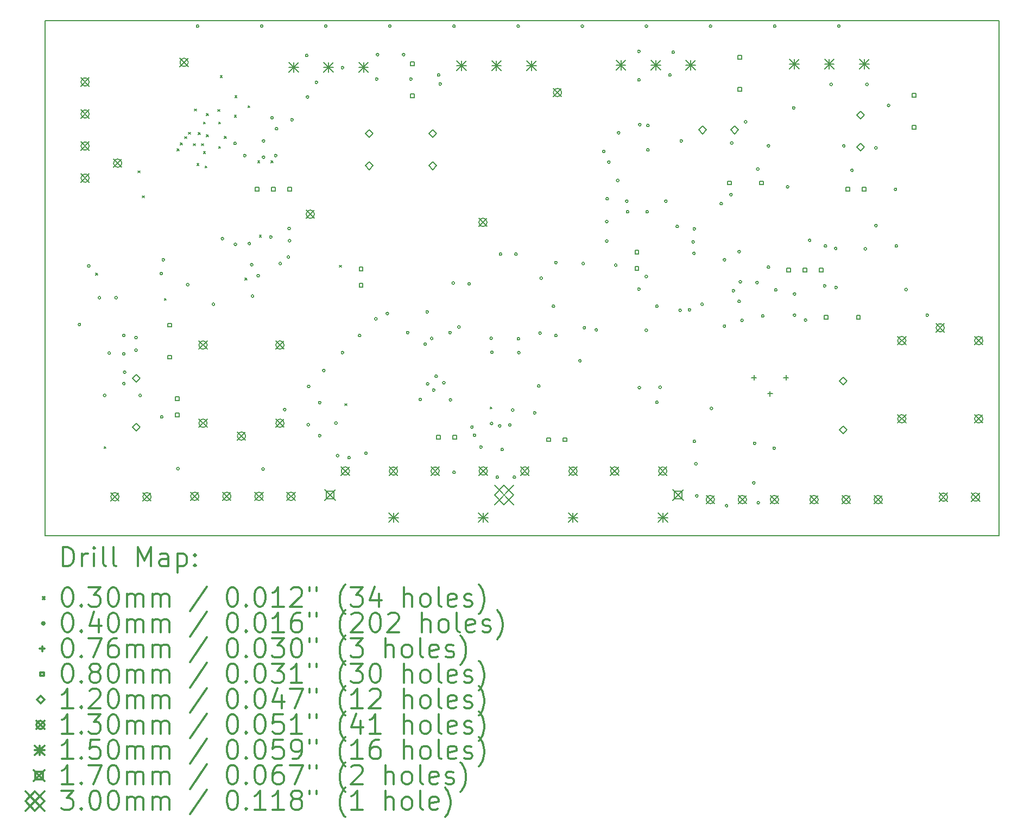
<source format=gbr>
%FSLAX45Y45*%
G04 Gerber Fmt 4.5, Leading zero omitted, Abs format (unit mm)*
G04 Created by KiCad (PCBNEW (5.1.4)-1) date 2020-04-20 22:06:11*
%MOMM*%
%LPD*%
G04 APERTURE LIST*
%ADD10C,0.200000*%
%ADD11C,0.300000*%
G04 APERTURE END LIST*
D10*
X6781800Y-12649200D02*
X6781800Y-4610100D01*
X21653500Y-12649200D02*
X6781800Y-12649200D01*
X21653500Y-4610100D02*
X21653500Y-12649200D01*
X6781800Y-4610100D02*
X21653500Y-4610100D01*
D10*
X7566900Y-8551150D02*
X7596900Y-8581150D01*
X7596900Y-8551150D02*
X7566900Y-8581150D01*
X7700250Y-11256250D02*
X7730250Y-11286250D01*
X7730250Y-11256250D02*
X7700250Y-11286250D01*
X8227300Y-6957300D02*
X8257300Y-6987300D01*
X8257300Y-6957300D02*
X8227300Y-6987300D01*
X8297150Y-7344650D02*
X8327150Y-7374650D01*
X8327150Y-7344650D02*
X8297150Y-7374650D01*
X8640050Y-8944850D02*
X8670050Y-8974850D01*
X8670050Y-8944850D02*
X8640050Y-8974850D01*
X8836900Y-6614400D02*
X8866900Y-6644400D01*
X8866900Y-6614400D02*
X8836900Y-6644400D01*
X8887700Y-6519150D02*
X8917700Y-6549150D01*
X8917700Y-6519150D02*
X8887700Y-6549150D01*
X8957550Y-6423900D02*
X8987550Y-6453900D01*
X8987550Y-6423900D02*
X8957550Y-6453900D01*
X9014700Y-6354050D02*
X9044700Y-6384050D01*
X9044700Y-6354050D02*
X9014700Y-6384050D01*
X9090900Y-6531850D02*
X9120900Y-6561850D01*
X9120900Y-6531850D02*
X9090900Y-6561850D01*
X9109950Y-5992100D02*
X9139950Y-6022100D01*
X9139950Y-5992100D02*
X9109950Y-6022100D01*
X9148050Y-6843000D02*
X9178050Y-6873000D01*
X9178050Y-6843000D02*
X9148050Y-6873000D01*
X9167100Y-6360400D02*
X9197100Y-6390400D01*
X9197100Y-6360400D02*
X9167100Y-6390400D01*
X9217900Y-6531850D02*
X9247900Y-6561850D01*
X9247900Y-6531850D02*
X9217900Y-6561850D01*
X9247760Y-6654401D02*
X9277760Y-6684401D01*
X9277760Y-6654401D02*
X9247760Y-6684401D01*
X9249650Y-6193399D02*
X9279650Y-6223399D01*
X9279650Y-6193399D02*
X9249650Y-6223399D01*
X9275050Y-6881100D02*
X9305050Y-6911100D01*
X9305050Y-6881100D02*
X9275050Y-6911100D01*
X9294100Y-6061950D02*
X9324100Y-6091950D01*
X9324100Y-6061950D02*
X9294100Y-6091950D01*
X9294100Y-6392150D02*
X9324100Y-6422150D01*
X9324100Y-6392150D02*
X9294100Y-6422150D01*
X9471900Y-5998450D02*
X9501900Y-6028450D01*
X9501900Y-5998450D02*
X9471900Y-6028450D01*
X9484600Y-6193399D02*
X9514600Y-6223399D01*
X9514600Y-6193399D02*
X9484600Y-6223399D01*
X9484600Y-6574399D02*
X9514600Y-6604399D01*
X9514600Y-6574399D02*
X9484600Y-6604399D01*
X9510000Y-5471400D02*
X9540000Y-5501400D01*
X9540000Y-5471400D02*
X9510000Y-5501400D01*
X9573500Y-6419451D02*
X9603500Y-6449451D01*
X9603500Y-6419451D02*
X9573500Y-6449451D01*
X9732250Y-6087350D02*
X9762250Y-6117350D01*
X9762250Y-6087350D02*
X9732250Y-6117350D01*
X9738600Y-5782550D02*
X9768600Y-5812550D01*
X9768600Y-5782550D02*
X9738600Y-5812550D01*
X9897350Y-8627350D02*
X9927350Y-8657350D01*
X9927350Y-8627350D02*
X9897350Y-8657350D01*
X9941800Y-5941300D02*
X9971800Y-5971300D01*
X9971800Y-5941300D02*
X9941800Y-5971300D01*
X10094200Y-6800451D02*
X10124200Y-6830451D01*
X10124200Y-6800451D02*
X10094200Y-6830451D01*
X10119600Y-7960600D02*
X10149600Y-7990600D01*
X10149600Y-7960600D02*
X10119600Y-7990600D01*
X10303750Y-6800451D02*
X10333750Y-6830451D01*
X10333750Y-6800451D02*
X10303750Y-6830451D01*
X11370550Y-8430500D02*
X11400550Y-8460500D01*
X11400550Y-8430500D02*
X11370550Y-8460500D01*
X11453100Y-10589500D02*
X11483100Y-10619500D01*
X11483100Y-10589500D02*
X11453100Y-10619500D01*
X13720050Y-10638399D02*
X13750050Y-10668399D01*
X13750050Y-10638399D02*
X13720050Y-10668399D01*
X7335200Y-9353550D02*
G75*
G03X7335200Y-9353550I-20000J0D01*
G01*
X7481250Y-8439150D02*
G75*
G03X7481250Y-8439150I-20000J0D01*
G01*
X7646350Y-8934450D02*
G75*
G03X7646350Y-8934450I-20000J0D01*
G01*
X7728900Y-10458450D02*
G75*
G03X7728900Y-10458450I-20000J0D01*
G01*
X7798750Y-9798050D02*
G75*
G03X7798750Y-9798050I-20000J0D01*
G01*
X7906700Y-8934450D02*
G75*
G03X7906700Y-8934450I-20000J0D01*
G01*
X8027350Y-9525000D02*
G75*
G03X8027350Y-9525000I-20000J0D01*
G01*
X8027350Y-9810750D02*
G75*
G03X8027350Y-9810750I-20000J0D01*
G01*
X8027350Y-10274300D02*
G75*
G03X8027350Y-10274300I-20000J0D01*
G01*
X8040050Y-10096500D02*
G75*
G03X8040050Y-10096500I-20000J0D01*
G01*
X8217850Y-9556750D02*
G75*
G03X8217850Y-9556750I-20000J0D01*
G01*
X8217850Y-9753600D02*
G75*
G03X8217850Y-9753600I-20000J0D01*
G01*
X8281350Y-10458450D02*
G75*
G03X8281350Y-10458450I-20000J0D01*
G01*
X8611550Y-8559800D02*
G75*
G03X8611550Y-8559800I-20000J0D01*
G01*
X8617900Y-10795000D02*
G75*
G03X8617900Y-10795000I-20000J0D01*
G01*
X8643300Y-8343900D02*
G75*
G03X8643300Y-8343900I-20000J0D01*
G01*
X8871900Y-11601450D02*
G75*
G03X8871900Y-11601450I-20000J0D01*
G01*
X9024300Y-8731250D02*
G75*
G03X9024300Y-8731250I-20000J0D01*
G01*
X9176700Y-4699000D02*
G75*
G03X9176700Y-4699000I-20000J0D01*
G01*
X9424350Y-9036050D02*
G75*
G03X9424350Y-9036050I-20000J0D01*
G01*
X9564050Y-8013700D02*
G75*
G03X9564050Y-8013700I-20000J0D01*
G01*
X9760900Y-6527800D02*
G75*
G03X9760900Y-6527800I-20000J0D01*
G01*
X9767250Y-8102600D02*
G75*
G03X9767250Y-8102600I-20000J0D01*
G01*
X9913300Y-6718300D02*
G75*
G03X9913300Y-6718300I-20000J0D01*
G01*
X9983150Y-8089900D02*
G75*
G03X9983150Y-8089900I-20000J0D01*
G01*
X10021250Y-8420100D02*
G75*
G03X10021250Y-8420100I-20000J0D01*
G01*
X10033950Y-8909050D02*
G75*
G03X10033950Y-8909050I-20000J0D01*
G01*
X10122850Y-8591550D02*
G75*
G03X10122850Y-8591550I-20000J0D01*
G01*
X10176700Y-4699000D02*
G75*
G03X10176700Y-4699000I-20000J0D01*
G01*
X10176700Y-4699000D02*
G75*
G03X10176700Y-4699000I-20000J0D01*
G01*
X10199050Y-11607800D02*
G75*
G03X10199050Y-11607800I-20000J0D01*
G01*
X10205400Y-6489700D02*
G75*
G03X10205400Y-6489700I-20000J0D01*
G01*
X10205400Y-6743700D02*
G75*
G03X10205400Y-6743700I-20000J0D01*
G01*
X10319700Y-7988300D02*
G75*
G03X10319700Y-7988300I-20000J0D01*
G01*
X10338750Y-6127750D02*
G75*
G03X10338750Y-6127750I-20000J0D01*
G01*
X10395900Y-6718300D02*
G75*
G03X10395900Y-6718300I-20000J0D01*
G01*
X10408600Y-6299200D02*
G75*
G03X10408600Y-6299200I-20000J0D01*
G01*
X10465750Y-8401050D02*
G75*
G03X10465750Y-8401050I-20000J0D01*
G01*
X10535600Y-10680700D02*
G75*
G03X10535600Y-10680700I-20000J0D01*
G01*
X10592750Y-8299450D02*
G75*
G03X10592750Y-8299450I-20000J0D01*
G01*
X10605450Y-7854950D02*
G75*
G03X10605450Y-7854950I-20000J0D01*
G01*
X10611800Y-8045450D02*
G75*
G03X10611800Y-8045450I-20000J0D01*
G01*
X10649900Y-6159500D02*
G75*
G03X10649900Y-6159500I-20000J0D01*
G01*
X10878500Y-5156200D02*
G75*
G03X10878500Y-5156200I-20000J0D01*
G01*
X10891200Y-5803900D02*
G75*
G03X10891200Y-5803900I-20000J0D01*
G01*
X10903900Y-10915650D02*
G75*
G03X10903900Y-10915650I-20000J0D01*
G01*
X10910250Y-10318750D02*
G75*
G03X10910250Y-10318750I-20000J0D01*
G01*
X11030900Y-5575300D02*
G75*
G03X11030900Y-5575300I-20000J0D01*
G01*
X11081700Y-10572750D02*
G75*
G03X11081700Y-10572750I-20000J0D01*
G01*
X11081700Y-11087100D02*
G75*
G03X11081700Y-11087100I-20000J0D01*
G01*
X11145200Y-10071100D02*
G75*
G03X11145200Y-10071100I-20000J0D01*
G01*
X11176700Y-4699000D02*
G75*
G03X11176700Y-4699000I-20000J0D01*
G01*
X11176700Y-4699000D02*
G75*
G03X11176700Y-4699000I-20000J0D01*
G01*
X11335700Y-10890250D02*
G75*
G03X11335700Y-10890250I-20000J0D01*
G01*
X11361100Y-11398250D02*
G75*
G03X11361100Y-11398250I-20000J0D01*
G01*
X11437300Y-5346700D02*
G75*
G03X11437300Y-5346700I-20000J0D01*
G01*
X11437300Y-9791700D02*
G75*
G03X11437300Y-9791700I-20000J0D01*
G01*
X11538900Y-11430000D02*
G75*
G03X11538900Y-11430000I-20000J0D01*
G01*
X11704000Y-9525000D02*
G75*
G03X11704000Y-9525000I-20000J0D01*
G01*
X11803849Y-11360501D02*
G75*
G03X11803849Y-11360501I-20000J0D01*
G01*
X11958000Y-9264650D02*
G75*
G03X11958000Y-9264650I-20000J0D01*
G01*
X11970700Y-5524500D02*
G75*
G03X11970700Y-5524500I-20000J0D01*
G01*
X11983400Y-5143500D02*
G75*
G03X11983400Y-5143500I-20000J0D01*
G01*
X12135800Y-9182100D02*
G75*
G03X12135800Y-9182100I-20000J0D01*
G01*
X12176700Y-4699000D02*
G75*
G03X12176700Y-4699000I-20000J0D01*
G01*
X12176700Y-4699000D02*
G75*
G03X12176700Y-4699000I-20000J0D01*
G01*
X12389800Y-5143500D02*
G75*
G03X12389800Y-5143500I-20000J0D01*
G01*
X12453300Y-9480550D02*
G75*
G03X12453300Y-9480550I-20000J0D01*
G01*
X12504100Y-5524500D02*
G75*
G03X12504100Y-5524500I-20000J0D01*
G01*
X12650150Y-10521950D02*
G75*
G03X12650150Y-10521950I-20000J0D01*
G01*
X12726350Y-9658350D02*
G75*
G03X12726350Y-9658350I-20000J0D01*
G01*
X12758100Y-9156700D02*
G75*
G03X12758100Y-9156700I-20000J0D01*
G01*
X12764450Y-10280650D02*
G75*
G03X12764450Y-10280650I-20000J0D01*
G01*
X12827950Y-9569450D02*
G75*
G03X12827950Y-9569450I-20000J0D01*
G01*
X12859700Y-10375899D02*
G75*
G03X12859700Y-10375899I-20000J0D01*
G01*
X12897800Y-10160000D02*
G75*
G03X12897800Y-10160000I-20000J0D01*
G01*
X12935900Y-5461000D02*
G75*
G03X12935900Y-5461000I-20000J0D01*
G01*
X12961300Y-5600700D02*
G75*
G03X12961300Y-5600700I-20000J0D01*
G01*
X13018450Y-10261600D02*
G75*
G03X13018450Y-10261600I-20000J0D01*
G01*
X13113700Y-9480550D02*
G75*
G03X13113700Y-9480550I-20000J0D01*
G01*
X13120050Y-10528300D02*
G75*
G03X13120050Y-10528300I-20000J0D01*
G01*
X13164500Y-8705850D02*
G75*
G03X13164500Y-8705850I-20000J0D01*
G01*
X13176700Y-4699000D02*
G75*
G03X13176700Y-4699000I-20000J0D01*
G01*
X13176700Y-4699000D02*
G75*
G03X13176700Y-4699000I-20000J0D01*
G01*
X13177200Y-11658600D02*
G75*
G03X13177200Y-11658600I-20000J0D01*
G01*
X13253400Y-9391650D02*
G75*
G03X13253400Y-9391650I-20000J0D01*
G01*
X13412150Y-8718550D02*
G75*
G03X13412150Y-8718550I-20000J0D01*
G01*
X13456600Y-10953750D02*
G75*
G03X13456600Y-10953750I-20000J0D01*
G01*
X13494592Y-11081056D02*
G75*
G03X13494592Y-11081056I-20000J0D01*
G01*
X13596300Y-11264900D02*
G75*
G03X13596300Y-11264900I-20000J0D01*
G01*
X13755050Y-9569450D02*
G75*
G03X13755050Y-9569450I-20000J0D01*
G01*
X13761400Y-10897853D02*
G75*
G03X13761400Y-10897853I-20000J0D01*
G01*
X13767750Y-9785350D02*
G75*
G03X13767750Y-9785350I-20000J0D01*
G01*
X13850300Y-11734800D02*
G75*
G03X13850300Y-11734800I-20000J0D01*
G01*
X13888400Y-10934700D02*
G75*
G03X13888400Y-10934700I-20000J0D01*
G01*
X13901100Y-8255000D02*
G75*
G03X13901100Y-8255000I-20000J0D01*
G01*
X13926500Y-11303000D02*
G75*
G03X13926500Y-11303000I-20000J0D01*
G01*
X14048180Y-10920426D02*
G75*
G03X14048180Y-10920426I-20000J0D01*
G01*
X14091600Y-10687050D02*
G75*
G03X14091600Y-10687050I-20000J0D01*
G01*
X14117000Y-11734800D02*
G75*
G03X14117000Y-11734800I-20000J0D01*
G01*
X14142400Y-8255000D02*
G75*
G03X14142400Y-8255000I-20000J0D01*
G01*
X14176700Y-4699000D02*
G75*
G03X14176700Y-4699000I-20000J0D01*
G01*
X14180500Y-9575800D02*
G75*
G03X14180500Y-9575800I-20000J0D01*
G01*
X14186850Y-9791700D02*
G75*
G03X14186850Y-9791700I-20000J0D01*
G01*
X14434500Y-10731500D02*
G75*
G03X14434500Y-10731500I-20000J0D01*
G01*
X14498000Y-10312400D02*
G75*
G03X14498000Y-10312400I-20000J0D01*
G01*
X14517050Y-9486900D02*
G75*
G03X14517050Y-9486900I-20000J0D01*
G01*
X14536100Y-8629650D02*
G75*
G03X14536100Y-8629650I-20000J0D01*
G01*
X14726600Y-9067800D02*
G75*
G03X14726600Y-9067800I-20000J0D01*
G01*
X14764700Y-8388350D02*
G75*
G03X14764700Y-8388350I-20000J0D01*
G01*
X14764700Y-9525000D02*
G75*
G03X14764700Y-9525000I-20000J0D01*
G01*
X15139350Y-9918700D02*
G75*
G03X15139350Y-9918700I-20000J0D01*
G01*
X15176700Y-4699000D02*
G75*
G03X15176700Y-4699000I-20000J0D01*
G01*
X15190150Y-8401050D02*
G75*
G03X15190150Y-8401050I-20000J0D01*
G01*
X15209200Y-9404350D02*
G75*
G03X15209200Y-9404350I-20000J0D01*
G01*
X15393350Y-9436100D02*
G75*
G03X15393350Y-9436100I-20000J0D01*
G01*
X15511392Y-6651058D02*
G75*
G03X15511392Y-6651058I-20000J0D01*
G01*
X15558450Y-7747000D02*
G75*
G03X15558450Y-7747000I-20000J0D01*
G01*
X15558450Y-8051800D02*
G75*
G03X15558450Y-8051800I-20000J0D01*
G01*
X15564800Y-7391400D02*
G75*
G03X15564800Y-7391400I-20000J0D01*
G01*
X15590200Y-6819900D02*
G75*
G03X15590200Y-6819900I-20000J0D01*
G01*
X15698150Y-8426450D02*
G75*
G03X15698150Y-8426450I-20000J0D01*
G01*
X15729900Y-7105650D02*
G75*
G03X15729900Y-7105650I-20000J0D01*
G01*
X15742600Y-6362700D02*
G75*
G03X15742600Y-6362700I-20000J0D01*
G01*
X15869600Y-7429500D02*
G75*
G03X15869600Y-7429500I-20000J0D01*
G01*
X15882300Y-7594600D02*
G75*
G03X15882300Y-7594600I-20000J0D01*
G01*
X16060100Y-5092700D02*
G75*
G03X16060100Y-5092700I-20000J0D01*
G01*
X16060100Y-5537200D02*
G75*
G03X16060100Y-5537200I-20000J0D01*
G01*
X16060100Y-8801100D02*
G75*
G03X16060100Y-8801100I-20000J0D01*
G01*
X16066450Y-10337800D02*
G75*
G03X16066450Y-10337800I-20000J0D01*
G01*
X16072800Y-6235700D02*
G75*
G03X16072800Y-6235700I-20000J0D01*
G01*
X16174400Y-8604250D02*
G75*
G03X16174400Y-8604250I-20000J0D01*
G01*
X16174400Y-9442450D02*
G75*
G03X16174400Y-9442450I-20000J0D01*
G01*
X16176700Y-4699000D02*
G75*
G03X16176700Y-4699000I-20000J0D01*
G01*
X16187100Y-7594600D02*
G75*
G03X16187100Y-7594600I-20000J0D01*
G01*
X16199800Y-6248400D02*
G75*
G03X16199800Y-6248400I-20000J0D01*
G01*
X16199800Y-6629400D02*
G75*
G03X16199800Y-6629400I-20000J0D01*
G01*
X16339500Y-9067800D02*
G75*
G03X16339500Y-9067800I-20000J0D01*
G01*
X16339500Y-10566400D02*
G75*
G03X16339500Y-10566400I-20000J0D01*
G01*
X16390300Y-10331450D02*
G75*
G03X16390300Y-10331450I-20000J0D01*
G01*
X16479200Y-7429500D02*
G75*
G03X16479200Y-7429500I-20000J0D01*
G01*
X16542700Y-5461000D02*
G75*
G03X16542700Y-5461000I-20000J0D01*
G01*
X16593500Y-5105400D02*
G75*
G03X16593500Y-5105400I-20000J0D01*
G01*
X16657000Y-7823200D02*
G75*
G03X16657000Y-7823200I-20000J0D01*
G01*
X16701450Y-9131300D02*
G75*
G03X16701450Y-9131300I-20000J0D01*
G01*
X16720500Y-6489700D02*
G75*
G03X16720500Y-6489700I-20000J0D01*
G01*
X16847500Y-9124950D02*
G75*
G03X16847500Y-9124950I-20000J0D01*
G01*
X16904650Y-8064500D02*
G75*
G03X16904650Y-8064500I-20000J0D01*
G01*
X16917350Y-8242300D02*
G75*
G03X16917350Y-8242300I-20000J0D01*
G01*
X16923700Y-7861300D02*
G75*
G03X16923700Y-7861300I-20000J0D01*
G01*
X16923700Y-11176000D02*
G75*
G03X16923700Y-11176000I-20000J0D01*
G01*
X16949100Y-11525250D02*
G75*
G03X16949100Y-11525250I-20000J0D01*
G01*
X16961800Y-12026900D02*
G75*
G03X16961800Y-12026900I-20000J0D01*
G01*
X17044350Y-9036050D02*
G75*
G03X17044350Y-9036050I-20000J0D01*
G01*
X17176700Y-4699000D02*
G75*
G03X17176700Y-4699000I-20000J0D01*
G01*
X17190400Y-10661650D02*
G75*
G03X17190400Y-10661650I-20000J0D01*
G01*
X17342800Y-7467600D02*
G75*
G03X17342800Y-7467600I-20000J0D01*
G01*
X17393600Y-8343900D02*
G75*
G03X17393600Y-8343900I-20000J0D01*
G01*
X17393600Y-9378950D02*
G75*
G03X17393600Y-9378950I-20000J0D01*
G01*
X17425350Y-12179300D02*
G75*
G03X17425350Y-12179300I-20000J0D01*
G01*
X17495200Y-7327900D02*
G75*
G03X17495200Y-7327900I-20000J0D01*
G01*
X17507900Y-6521450D02*
G75*
G03X17507900Y-6521450I-20000J0D01*
G01*
X17533300Y-8826500D02*
G75*
G03X17533300Y-8826500I-20000J0D01*
G01*
X17622200Y-8216900D02*
G75*
G03X17622200Y-8216900I-20000J0D01*
G01*
X17622200Y-8991600D02*
G75*
G03X17622200Y-8991600I-20000J0D01*
G01*
X17641250Y-8686800D02*
G75*
G03X17641250Y-8686800I-20000J0D01*
G01*
X17666650Y-9290050D02*
G75*
G03X17666650Y-9290050I-20000J0D01*
G01*
X17723800Y-6191250D02*
G75*
G03X17723800Y-6191250I-20000J0D01*
G01*
X17850800Y-11823700D02*
G75*
G03X17850800Y-11823700I-20000J0D01*
G01*
X17863500Y-11207750D02*
G75*
G03X17863500Y-11207750I-20000J0D01*
G01*
X17901600Y-8699500D02*
G75*
G03X17901600Y-8699500I-20000J0D01*
G01*
X17914300Y-6927850D02*
G75*
G03X17914300Y-6927850I-20000J0D01*
G01*
X17920650Y-12134850D02*
G75*
G03X17920650Y-12134850I-20000J0D01*
G01*
X17990500Y-9220200D02*
G75*
G03X17990500Y-9220200I-20000J0D01*
G01*
X18079400Y-6565900D02*
G75*
G03X18079400Y-6565900I-20000J0D01*
G01*
X18079400Y-8458200D02*
G75*
G03X18079400Y-8458200I-20000J0D01*
G01*
X18168300Y-11283950D02*
G75*
G03X18168300Y-11283950I-20000J0D01*
G01*
X18176700Y-4699000D02*
G75*
G03X18176700Y-4699000I-20000J0D01*
G01*
X18193700Y-8813800D02*
G75*
G03X18193700Y-8813800I-20000J0D01*
G01*
X18377850Y-7207250D02*
G75*
G03X18377850Y-7207250I-20000J0D01*
G01*
X18473100Y-5975350D02*
G75*
G03X18473100Y-5975350I-20000J0D01*
G01*
X18485800Y-8877300D02*
G75*
G03X18485800Y-8877300I-20000J0D01*
G01*
X18485800Y-9207500D02*
G75*
G03X18485800Y-9207500I-20000J0D01*
G01*
X18657250Y-9283700D02*
G75*
G03X18657250Y-9283700I-20000J0D01*
G01*
X18720750Y-8039100D02*
G75*
G03X18720750Y-8039100I-20000J0D01*
G01*
X18955700Y-8750300D02*
G75*
G03X18955700Y-8750300I-20000J0D01*
G01*
X18968400Y-8128000D02*
G75*
G03X18968400Y-8128000I-20000J0D01*
G01*
X19057300Y-5607050D02*
G75*
G03X19057300Y-5607050I-20000J0D01*
G01*
X19127150Y-8166100D02*
G75*
G03X19127150Y-8166100I-20000J0D01*
G01*
X19133500Y-8775700D02*
G75*
G03X19133500Y-8775700I-20000J0D01*
G01*
X19176700Y-4699000D02*
G75*
G03X19176700Y-4699000I-20000J0D01*
G01*
X19254150Y-6565900D02*
G75*
G03X19254150Y-6565900I-20000J0D01*
G01*
X19381150Y-6946900D02*
G75*
G03X19381150Y-6946900I-20000J0D01*
G01*
X19590700Y-8172450D02*
G75*
G03X19590700Y-8172450I-20000J0D01*
G01*
X19616100Y-5607050D02*
G75*
G03X19616100Y-5607050I-20000J0D01*
G01*
X19755800Y-6597650D02*
G75*
G03X19755800Y-6597650I-20000J0D01*
G01*
X19755800Y-7810500D02*
G75*
G03X19755800Y-7810500I-20000J0D01*
G01*
X19952650Y-5937250D02*
G75*
G03X19952650Y-5937250I-20000J0D01*
G01*
X20060600Y-7245350D02*
G75*
G03X20060600Y-7245350I-20000J0D01*
G01*
X20073300Y-8128000D02*
G75*
G03X20073300Y-8128000I-20000J0D01*
G01*
X20225700Y-8807450D02*
G75*
G03X20225700Y-8807450I-20000J0D01*
G01*
X20555900Y-9207500D02*
G75*
G03X20555900Y-9207500I-20000J0D01*
G01*
X17836300Y-10144150D02*
X17836300Y-10220350D01*
X17798200Y-10182250D02*
X17874400Y-10182250D01*
X18086300Y-10394150D02*
X18086300Y-10470350D01*
X18048200Y-10432250D02*
X18124400Y-10432250D01*
X18336300Y-10144150D02*
X18336300Y-10220350D01*
X18298200Y-10182250D02*
X18374400Y-10182250D01*
X18405185Y-8530935D02*
X18405185Y-8474366D01*
X18348616Y-8474366D01*
X18348616Y-8530935D01*
X18405185Y-8530935D01*
X18659185Y-8530935D02*
X18659185Y-8474366D01*
X18602616Y-8474366D01*
X18602616Y-8530935D01*
X18659185Y-8530935D01*
X18913185Y-8530935D02*
X18913185Y-8474366D01*
X18856616Y-8474366D01*
X18856616Y-8530935D01*
X18913185Y-8530935D01*
X19325935Y-7267284D02*
X19325935Y-7210715D01*
X19269366Y-7210715D01*
X19269366Y-7267284D01*
X19325935Y-7267284D01*
X19579935Y-7267284D02*
X19579935Y-7210715D01*
X19523366Y-7210715D01*
X19523366Y-7267284D01*
X19579935Y-7267284D01*
X14658584Y-11176535D02*
X14658584Y-11119966D01*
X14602015Y-11119966D01*
X14602015Y-11176535D01*
X14658584Y-11176535D01*
X14912584Y-11176535D02*
X14912584Y-11119966D01*
X14856015Y-11119966D01*
X14856015Y-11176535D01*
X14912584Y-11176535D01*
X12537784Y-5313135D02*
X12537784Y-5256566D01*
X12481215Y-5256566D01*
X12481215Y-5313135D01*
X12537784Y-5313135D01*
X12537784Y-5813134D02*
X12537784Y-5756565D01*
X12481215Y-5756565D01*
X12481215Y-5813134D01*
X12537784Y-5813134D01*
X16037584Y-8249534D02*
X16037584Y-8192965D01*
X15981015Y-8192965D01*
X15981015Y-8249534D01*
X16037584Y-8249534D01*
X16037584Y-8503535D02*
X16037584Y-8446966D01*
X15981015Y-8446966D01*
X15981015Y-8503535D01*
X16037584Y-8503535D01*
X12944184Y-11140785D02*
X12944184Y-11084216D01*
X12887615Y-11084216D01*
X12887615Y-11140785D01*
X12944184Y-11140785D01*
X13198184Y-11140785D02*
X13198184Y-11084216D01*
X13141615Y-11084216D01*
X13141615Y-11140785D01*
X13198184Y-11140785D01*
X17478085Y-7172034D02*
X17478085Y-7115465D01*
X17421516Y-7115465D01*
X17421516Y-7172034D01*
X17478085Y-7172034D01*
X17978085Y-7172034D02*
X17978085Y-7115465D01*
X17921516Y-7115465D01*
X17921516Y-7172034D01*
X17978085Y-7172034D01*
X8867485Y-10537535D02*
X8867485Y-10480966D01*
X8810916Y-10480966D01*
X8810916Y-10537535D01*
X8867485Y-10537535D01*
X8867485Y-10791535D02*
X8867485Y-10734966D01*
X8810916Y-10734966D01*
X8810916Y-10791535D01*
X8867485Y-10791535D01*
X20360985Y-5806784D02*
X20360985Y-5750215D01*
X20304416Y-5750215D01*
X20304416Y-5806784D01*
X20360985Y-5806784D01*
X20360985Y-6306784D02*
X20360985Y-6250215D01*
X20304416Y-6250215D01*
X20304416Y-6306784D01*
X20360985Y-6306784D01*
X8753185Y-9389835D02*
X8753185Y-9333266D01*
X8696616Y-9333266D01*
X8696616Y-9389835D01*
X8753185Y-9389835D01*
X8753185Y-9889835D02*
X8753185Y-9833266D01*
X8696616Y-9833266D01*
X8696616Y-9889835D01*
X8753185Y-9889835D01*
X18989385Y-9267535D02*
X18989385Y-9210966D01*
X18932816Y-9210966D01*
X18932816Y-9267535D01*
X18989385Y-9267535D01*
X19489385Y-9267535D02*
X19489385Y-9210966D01*
X19432816Y-9210966D01*
X19432816Y-9267535D01*
X19489385Y-9267535D01*
X11734184Y-8511935D02*
X11734184Y-8455366D01*
X11677615Y-8455366D01*
X11677615Y-8511935D01*
X11734184Y-8511935D01*
X11734184Y-8765935D02*
X11734184Y-8709366D01*
X11677615Y-8709366D01*
X11677615Y-8765935D01*
X11734184Y-8765935D01*
X10112085Y-7267284D02*
X10112085Y-7210715D01*
X10055516Y-7210715D01*
X10055516Y-7267284D01*
X10112085Y-7267284D01*
X10366085Y-7267284D02*
X10366085Y-7210715D01*
X10309516Y-7210715D01*
X10309516Y-7267284D01*
X10366085Y-7267284D01*
X10620085Y-7267284D02*
X10620085Y-7210715D01*
X10563516Y-7210715D01*
X10563516Y-7267284D01*
X10620085Y-7267284D01*
X17643185Y-5211535D02*
X17643185Y-5154966D01*
X17586616Y-5154966D01*
X17586616Y-5211535D01*
X17643185Y-5211535D01*
X17643185Y-5711534D02*
X17643185Y-5654965D01*
X17586616Y-5654965D01*
X17586616Y-5711534D01*
X17643185Y-5711534D01*
X11836400Y-6437050D02*
X11896400Y-6377050D01*
X11836400Y-6317050D01*
X11776400Y-6377050D01*
X11836400Y-6437050D01*
X11836400Y-6937050D02*
X11896400Y-6877050D01*
X11836400Y-6817050D01*
X11776400Y-6877050D01*
X11836400Y-6937050D01*
X8204200Y-10251750D02*
X8264200Y-10191750D01*
X8204200Y-10131750D01*
X8144200Y-10191750D01*
X8204200Y-10251750D01*
X8204200Y-11013750D02*
X8264200Y-10953750D01*
X8204200Y-10893750D01*
X8144200Y-10953750D01*
X8204200Y-11013750D01*
X19228300Y-10293250D02*
X19288300Y-10233250D01*
X19228300Y-10173250D01*
X19168300Y-10233250D01*
X19228300Y-10293250D01*
X19228300Y-11055250D02*
X19288300Y-10995250D01*
X19228300Y-10935250D01*
X19168300Y-10995250D01*
X19228300Y-11055250D01*
X19494500Y-6144950D02*
X19554500Y-6084950D01*
X19494500Y-6024950D01*
X19434500Y-6084950D01*
X19494500Y-6144950D01*
X19494500Y-6644950D02*
X19554500Y-6584950D01*
X19494500Y-6524950D01*
X19434500Y-6584950D01*
X19494500Y-6644950D01*
X12827000Y-6437050D02*
X12887000Y-6377050D01*
X12827000Y-6317050D01*
X12767000Y-6377050D01*
X12827000Y-6437050D01*
X12827000Y-6937050D02*
X12887000Y-6877050D01*
X12827000Y-6817050D01*
X12767000Y-6877050D01*
X12827000Y-6937050D01*
X17030700Y-6378250D02*
X17090700Y-6318250D01*
X17030700Y-6258250D01*
X16970700Y-6318250D01*
X17030700Y-6378250D01*
X17530700Y-6378250D02*
X17590700Y-6318250D01*
X17530700Y-6258250D01*
X17470700Y-6318250D01*
X17530700Y-6378250D01*
X7847100Y-6770950D02*
X7977100Y-6900950D01*
X7977100Y-6770950D02*
X7847100Y-6900950D01*
X7977100Y-6835950D02*
G75*
G03X7977100Y-6835950I-65000J0D01*
G01*
X8882150Y-5199150D02*
X9012150Y-5329150D01*
X9012150Y-5199150D02*
X8882150Y-5329150D01*
X9012150Y-5264150D02*
G75*
G03X9012150Y-5264150I-65000J0D01*
G01*
X10850650Y-7567700D02*
X10980650Y-7697700D01*
X10980650Y-7567700D02*
X10850650Y-7697700D01*
X10980650Y-7632700D02*
G75*
G03X10980650Y-7632700I-65000J0D01*
G01*
X13543050Y-7694700D02*
X13673050Y-7824700D01*
X13673050Y-7694700D02*
X13543050Y-7824700D01*
X13673050Y-7759700D02*
G75*
G03X13673050Y-7759700I-65000J0D01*
G01*
X14705100Y-5669050D02*
X14835100Y-5799050D01*
X14835100Y-5669050D02*
X14705100Y-5799050D01*
X14835100Y-5734050D02*
G75*
G03X14835100Y-5734050I-65000J0D01*
G01*
X7804300Y-11974600D02*
X7934300Y-12104600D01*
X7934300Y-11974600D02*
X7804300Y-12104600D01*
X7934300Y-12039600D02*
G75*
G03X7934300Y-12039600I-65000J0D01*
G01*
X8304300Y-11974600D02*
X8434300Y-12104600D01*
X8434300Y-11974600D02*
X8304300Y-12104600D01*
X8434300Y-12039600D02*
G75*
G03X8434300Y-12039600I-65000J0D01*
G01*
X20724900Y-11980950D02*
X20854900Y-12110950D01*
X20854900Y-11980950D02*
X20724900Y-12110950D01*
X20854900Y-12045950D02*
G75*
G03X20854900Y-12045950I-65000J0D01*
G01*
X21224900Y-11980950D02*
X21354900Y-12110950D01*
X21354900Y-11980950D02*
X21224900Y-12110950D01*
X21354900Y-12045950D02*
G75*
G03X21354900Y-12045950I-65000J0D01*
G01*
X20074100Y-9539350D02*
X20204100Y-9669350D01*
X20204100Y-9539350D02*
X20074100Y-9669350D01*
X20204100Y-9604350D02*
G75*
G03X20204100Y-9604350I-65000J0D01*
G01*
X20074100Y-10759350D02*
X20204100Y-10889350D01*
X20204100Y-10759350D02*
X20074100Y-10889350D01*
X20204100Y-10824350D02*
G75*
G03X20204100Y-10824350I-65000J0D01*
G01*
X20674100Y-9339350D02*
X20804100Y-9469350D01*
X20804100Y-9339350D02*
X20674100Y-9469350D01*
X20804100Y-9404350D02*
G75*
G03X20804100Y-9404350I-65000J0D01*
G01*
X21274100Y-9539350D02*
X21404100Y-9669350D01*
X21404100Y-9539350D02*
X21274100Y-9669350D01*
X21404100Y-9604350D02*
G75*
G03X21404100Y-9604350I-65000J0D01*
G01*
X21274100Y-10759350D02*
X21404100Y-10889350D01*
X21404100Y-10759350D02*
X21274100Y-10889350D01*
X21404100Y-10824350D02*
G75*
G03X21404100Y-10824350I-65000J0D01*
G01*
X18705600Y-12019050D02*
X18835600Y-12149050D01*
X18835600Y-12019050D02*
X18705600Y-12149050D01*
X18835600Y-12084050D02*
G75*
G03X18835600Y-12084050I-65000J0D01*
G01*
X19205600Y-12019050D02*
X19335600Y-12149050D01*
X19335600Y-12019050D02*
X19205600Y-12149050D01*
X19335600Y-12084050D02*
G75*
G03X19335600Y-12084050I-65000J0D01*
G01*
X19705600Y-12019050D02*
X19835600Y-12149050D01*
X19835600Y-12019050D02*
X19705600Y-12149050D01*
X19835600Y-12084050D02*
G75*
G03X19835600Y-12084050I-65000J0D01*
G01*
X9177500Y-9608450D02*
X9307500Y-9738450D01*
X9307500Y-9608450D02*
X9177500Y-9738450D01*
X9307500Y-9673450D02*
G75*
G03X9307500Y-9673450I-65000J0D01*
G01*
X9177500Y-10828450D02*
X9307500Y-10958450D01*
X9307500Y-10828450D02*
X9177500Y-10958450D01*
X9307500Y-10893450D02*
G75*
G03X9307500Y-10893450I-65000J0D01*
G01*
X9777500Y-11028450D02*
X9907500Y-11158450D01*
X9907500Y-11028450D02*
X9777500Y-11158450D01*
X9907500Y-11093450D02*
G75*
G03X9907500Y-11093450I-65000J0D01*
G01*
X10377500Y-9608450D02*
X10507500Y-9738450D01*
X10507500Y-9608450D02*
X10377500Y-9738450D01*
X10507500Y-9673450D02*
G75*
G03X10507500Y-9673450I-65000J0D01*
G01*
X10377500Y-10828450D02*
X10507500Y-10958450D01*
X10507500Y-10828450D02*
X10377500Y-10958450D01*
X10507500Y-10893450D02*
G75*
G03X10507500Y-10893450I-65000J0D01*
G01*
X9048900Y-11968250D02*
X9178900Y-12098250D01*
X9178900Y-11968250D02*
X9048900Y-12098250D01*
X9178900Y-12033250D02*
G75*
G03X9178900Y-12033250I-65000J0D01*
G01*
X9548900Y-11968250D02*
X9678900Y-12098250D01*
X9678900Y-11968250D02*
X9548900Y-12098250D01*
X9678900Y-12033250D02*
G75*
G03X9678900Y-12033250I-65000J0D01*
G01*
X10048900Y-11968250D02*
X10178900Y-12098250D01*
X10178900Y-11968250D02*
X10048900Y-12098250D01*
X10178900Y-12033250D02*
G75*
G03X10178900Y-12033250I-65000J0D01*
G01*
X10548900Y-11968250D02*
X10678900Y-12098250D01*
X10678900Y-11968250D02*
X10548900Y-12098250D01*
X10678900Y-12033250D02*
G75*
G03X10678900Y-12033250I-65000J0D01*
G01*
X7339100Y-5503950D02*
X7469100Y-5633950D01*
X7469100Y-5503950D02*
X7339100Y-5633950D01*
X7469100Y-5568950D02*
G75*
G03X7469100Y-5568950I-65000J0D01*
G01*
X7339100Y-6003950D02*
X7469100Y-6133950D01*
X7469100Y-6003950D02*
X7339100Y-6133950D01*
X7469100Y-6068950D02*
G75*
G03X7469100Y-6068950I-65000J0D01*
G01*
X7339100Y-6503950D02*
X7469100Y-6633950D01*
X7469100Y-6503950D02*
X7339100Y-6633950D01*
X7469100Y-6568950D02*
G75*
G03X7469100Y-6568950I-65000J0D01*
G01*
X7339100Y-7003950D02*
X7469100Y-7133950D01*
X7469100Y-7003950D02*
X7339100Y-7133950D01*
X7469100Y-7068950D02*
G75*
G03X7469100Y-7068950I-65000J0D01*
G01*
X11396980Y-11574080D02*
X11526980Y-11704080D01*
X11526980Y-11574080D02*
X11396980Y-11704080D01*
X11526980Y-11639080D02*
G75*
G03X11526980Y-11639080I-65000J0D01*
G01*
X12146980Y-11574080D02*
X12276980Y-11704080D01*
X12276980Y-11574080D02*
X12146980Y-11704080D01*
X12276980Y-11639080D02*
G75*
G03X12276980Y-11639080I-65000J0D01*
G01*
X12796980Y-11574080D02*
X12926980Y-11704080D01*
X12926980Y-11574080D02*
X12796980Y-11704080D01*
X12926980Y-11639080D02*
G75*
G03X12926980Y-11639080I-65000J0D01*
G01*
X13546980Y-11574080D02*
X13676980Y-11704080D01*
X13676980Y-11574080D02*
X13546980Y-11704080D01*
X13676980Y-11639080D02*
G75*
G03X13676980Y-11639080I-65000J0D01*
G01*
X14196980Y-11574080D02*
X14326980Y-11704080D01*
X14326980Y-11574080D02*
X14196980Y-11704080D01*
X14326980Y-11639080D02*
G75*
G03X14326980Y-11639080I-65000J0D01*
G01*
X14946980Y-11574080D02*
X15076980Y-11704080D01*
X15076980Y-11574080D02*
X14946980Y-11704080D01*
X15076980Y-11639080D02*
G75*
G03X15076980Y-11639080I-65000J0D01*
G01*
X15596980Y-11574080D02*
X15726980Y-11704080D01*
X15726980Y-11574080D02*
X15596980Y-11704080D01*
X15726980Y-11639080D02*
G75*
G03X15726980Y-11639080I-65000J0D01*
G01*
X16346980Y-11574080D02*
X16476980Y-11704080D01*
X16476980Y-11574080D02*
X16346980Y-11704080D01*
X16476980Y-11639080D02*
G75*
G03X16476980Y-11639080I-65000J0D01*
G01*
X17088000Y-12019050D02*
X17218000Y-12149050D01*
X17218000Y-12019050D02*
X17088000Y-12149050D01*
X17218000Y-12084050D02*
G75*
G03X17218000Y-12084050I-65000J0D01*
G01*
X17588000Y-12019050D02*
X17718000Y-12149050D01*
X17718000Y-12019050D02*
X17588000Y-12149050D01*
X17718000Y-12084050D02*
G75*
G03X17718000Y-12084050I-65000J0D01*
G01*
X18088000Y-12019050D02*
X18218000Y-12149050D01*
X18218000Y-12019050D02*
X18088000Y-12149050D01*
X18218000Y-12084050D02*
G75*
G03X18218000Y-12084050I-65000J0D01*
G01*
X10580300Y-5265350D02*
X10730300Y-5415350D01*
X10730300Y-5265350D02*
X10580300Y-5415350D01*
X10655300Y-5265350D02*
X10655300Y-5415350D01*
X10580300Y-5340350D02*
X10730300Y-5340350D01*
X11125300Y-5265350D02*
X11275300Y-5415350D01*
X11275300Y-5265350D02*
X11125300Y-5415350D01*
X11200300Y-5265350D02*
X11200300Y-5415350D01*
X11125300Y-5340350D02*
X11275300Y-5340350D01*
X11670300Y-5265350D02*
X11820300Y-5415350D01*
X11820300Y-5265350D02*
X11670300Y-5415350D01*
X11745300Y-5265350D02*
X11745300Y-5415350D01*
X11670300Y-5340350D02*
X11820300Y-5340350D01*
X13198700Y-5239950D02*
X13348700Y-5389950D01*
X13348700Y-5239950D02*
X13198700Y-5389950D01*
X13273700Y-5239950D02*
X13273700Y-5389950D01*
X13198700Y-5314950D02*
X13348700Y-5314950D01*
X13743700Y-5239950D02*
X13893700Y-5389950D01*
X13893700Y-5239950D02*
X13743700Y-5389950D01*
X13818700Y-5239950D02*
X13818700Y-5389950D01*
X13743700Y-5314950D02*
X13893700Y-5314950D01*
X14288700Y-5239950D02*
X14438700Y-5389950D01*
X14438700Y-5239950D02*
X14288700Y-5389950D01*
X14363700Y-5239950D02*
X14363700Y-5389950D01*
X14288700Y-5314950D02*
X14438700Y-5314950D01*
X18389200Y-5216650D02*
X18539200Y-5366650D01*
X18539200Y-5216650D02*
X18389200Y-5366650D01*
X18464200Y-5216650D02*
X18464200Y-5366650D01*
X18389200Y-5291650D02*
X18539200Y-5291650D01*
X18934200Y-5216650D02*
X19084200Y-5366650D01*
X19084200Y-5216650D02*
X18934200Y-5366650D01*
X19009200Y-5216650D02*
X19009200Y-5366650D01*
X18934200Y-5291650D02*
X19084200Y-5291650D01*
X19479200Y-5216650D02*
X19629200Y-5366650D01*
X19629200Y-5216650D02*
X19479200Y-5366650D01*
X19554200Y-5216650D02*
X19554200Y-5366650D01*
X19479200Y-5291650D02*
X19629200Y-5291650D01*
X15684200Y-5231650D02*
X15834200Y-5381650D01*
X15834200Y-5231650D02*
X15684200Y-5381650D01*
X15759200Y-5231650D02*
X15759200Y-5381650D01*
X15684200Y-5306650D02*
X15834200Y-5306650D01*
X16229200Y-5231650D02*
X16379200Y-5381650D01*
X16379200Y-5231650D02*
X16229200Y-5381650D01*
X16304200Y-5231650D02*
X16304200Y-5381650D01*
X16229200Y-5306650D02*
X16379200Y-5306650D01*
X16774200Y-5231650D02*
X16924200Y-5381650D01*
X16924200Y-5231650D02*
X16774200Y-5381650D01*
X16849200Y-5231650D02*
X16849200Y-5381650D01*
X16774200Y-5306650D02*
X16924200Y-5306650D01*
X12136980Y-12289080D02*
X12286980Y-12439080D01*
X12286980Y-12289080D02*
X12136980Y-12439080D01*
X12211980Y-12289080D02*
X12211980Y-12439080D01*
X12136980Y-12364080D02*
X12286980Y-12364080D01*
X13536980Y-12289080D02*
X13686980Y-12439080D01*
X13686980Y-12289080D02*
X13536980Y-12439080D01*
X13611980Y-12289080D02*
X13611980Y-12439080D01*
X13536980Y-12364080D02*
X13686980Y-12364080D01*
X14936980Y-12289080D02*
X15086980Y-12439080D01*
X15086980Y-12289080D02*
X14936980Y-12439080D01*
X15011980Y-12289080D02*
X15011980Y-12439080D01*
X14936980Y-12364080D02*
X15086980Y-12364080D01*
X16336980Y-12289080D02*
X16486980Y-12439080D01*
X16486980Y-12289080D02*
X16336980Y-12439080D01*
X16411980Y-12289080D02*
X16411980Y-12439080D01*
X16336980Y-12364080D02*
X16486980Y-12364080D01*
X11136980Y-11929080D02*
X11306980Y-12099080D01*
X11306980Y-11929080D02*
X11136980Y-12099080D01*
X11282085Y-12074185D02*
X11282085Y-11953975D01*
X11161875Y-11953975D01*
X11161875Y-12074185D01*
X11282085Y-12074185D01*
X16566980Y-11929080D02*
X16736980Y-12099080D01*
X16736980Y-11929080D02*
X16566980Y-12099080D01*
X16712085Y-12074185D02*
X16712085Y-11953975D01*
X16591875Y-11953975D01*
X16591875Y-12074185D01*
X16712085Y-12074185D01*
X13786980Y-11864080D02*
X14086980Y-12164080D01*
X14086980Y-11864080D02*
X13786980Y-12164080D01*
X13936980Y-12164080D02*
X14086980Y-12014080D01*
X13936980Y-11864080D01*
X13786980Y-12014080D01*
X13936980Y-12164080D01*
D11*
X7058228Y-13124914D02*
X7058228Y-12824914D01*
X7129657Y-12824914D01*
X7172514Y-12839200D01*
X7201086Y-12867771D01*
X7215371Y-12896343D01*
X7229657Y-12953486D01*
X7229657Y-12996343D01*
X7215371Y-13053486D01*
X7201086Y-13082057D01*
X7172514Y-13110629D01*
X7129657Y-13124914D01*
X7058228Y-13124914D01*
X7358228Y-13124914D02*
X7358228Y-12924914D01*
X7358228Y-12982057D02*
X7372514Y-12953486D01*
X7386800Y-12939200D01*
X7415371Y-12924914D01*
X7443943Y-12924914D01*
X7543943Y-13124914D02*
X7543943Y-12924914D01*
X7543943Y-12824914D02*
X7529657Y-12839200D01*
X7543943Y-12853486D01*
X7558228Y-12839200D01*
X7543943Y-12824914D01*
X7543943Y-12853486D01*
X7729657Y-13124914D02*
X7701086Y-13110629D01*
X7686800Y-13082057D01*
X7686800Y-12824914D01*
X7886800Y-13124914D02*
X7858228Y-13110629D01*
X7843943Y-13082057D01*
X7843943Y-12824914D01*
X8229657Y-13124914D02*
X8229657Y-12824914D01*
X8329657Y-13039200D01*
X8429657Y-12824914D01*
X8429657Y-13124914D01*
X8701086Y-13124914D02*
X8701086Y-12967771D01*
X8686800Y-12939200D01*
X8658228Y-12924914D01*
X8601086Y-12924914D01*
X8572514Y-12939200D01*
X8701086Y-13110629D02*
X8672514Y-13124914D01*
X8601086Y-13124914D01*
X8572514Y-13110629D01*
X8558228Y-13082057D01*
X8558228Y-13053486D01*
X8572514Y-13024914D01*
X8601086Y-13010629D01*
X8672514Y-13010629D01*
X8701086Y-12996343D01*
X8843943Y-12924914D02*
X8843943Y-13224914D01*
X8843943Y-12939200D02*
X8872514Y-12924914D01*
X8929657Y-12924914D01*
X8958228Y-12939200D01*
X8972514Y-12953486D01*
X8986800Y-12982057D01*
X8986800Y-13067771D01*
X8972514Y-13096343D01*
X8958228Y-13110629D01*
X8929657Y-13124914D01*
X8872514Y-13124914D01*
X8843943Y-13110629D01*
X9115371Y-13096343D02*
X9129657Y-13110629D01*
X9115371Y-13124914D01*
X9101086Y-13110629D01*
X9115371Y-13096343D01*
X9115371Y-13124914D01*
X9115371Y-12939200D02*
X9129657Y-12953486D01*
X9115371Y-12967771D01*
X9101086Y-12953486D01*
X9115371Y-12939200D01*
X9115371Y-12967771D01*
X6741800Y-13604200D02*
X6771800Y-13634200D01*
X6771800Y-13604200D02*
X6741800Y-13634200D01*
X7115371Y-13454914D02*
X7143943Y-13454914D01*
X7172514Y-13469200D01*
X7186800Y-13483486D01*
X7201086Y-13512057D01*
X7215371Y-13569200D01*
X7215371Y-13640629D01*
X7201086Y-13697771D01*
X7186800Y-13726343D01*
X7172514Y-13740629D01*
X7143943Y-13754914D01*
X7115371Y-13754914D01*
X7086800Y-13740629D01*
X7072514Y-13726343D01*
X7058228Y-13697771D01*
X7043943Y-13640629D01*
X7043943Y-13569200D01*
X7058228Y-13512057D01*
X7072514Y-13483486D01*
X7086800Y-13469200D01*
X7115371Y-13454914D01*
X7343943Y-13726343D02*
X7358228Y-13740629D01*
X7343943Y-13754914D01*
X7329657Y-13740629D01*
X7343943Y-13726343D01*
X7343943Y-13754914D01*
X7458228Y-13454914D02*
X7643943Y-13454914D01*
X7543943Y-13569200D01*
X7586800Y-13569200D01*
X7615371Y-13583486D01*
X7629657Y-13597771D01*
X7643943Y-13626343D01*
X7643943Y-13697771D01*
X7629657Y-13726343D01*
X7615371Y-13740629D01*
X7586800Y-13754914D01*
X7501086Y-13754914D01*
X7472514Y-13740629D01*
X7458228Y-13726343D01*
X7829657Y-13454914D02*
X7858228Y-13454914D01*
X7886800Y-13469200D01*
X7901086Y-13483486D01*
X7915371Y-13512057D01*
X7929657Y-13569200D01*
X7929657Y-13640629D01*
X7915371Y-13697771D01*
X7901086Y-13726343D01*
X7886800Y-13740629D01*
X7858228Y-13754914D01*
X7829657Y-13754914D01*
X7801086Y-13740629D01*
X7786800Y-13726343D01*
X7772514Y-13697771D01*
X7758228Y-13640629D01*
X7758228Y-13569200D01*
X7772514Y-13512057D01*
X7786800Y-13483486D01*
X7801086Y-13469200D01*
X7829657Y-13454914D01*
X8058228Y-13754914D02*
X8058228Y-13554914D01*
X8058228Y-13583486D02*
X8072514Y-13569200D01*
X8101086Y-13554914D01*
X8143943Y-13554914D01*
X8172514Y-13569200D01*
X8186800Y-13597771D01*
X8186800Y-13754914D01*
X8186800Y-13597771D02*
X8201086Y-13569200D01*
X8229657Y-13554914D01*
X8272514Y-13554914D01*
X8301086Y-13569200D01*
X8315371Y-13597771D01*
X8315371Y-13754914D01*
X8458228Y-13754914D02*
X8458228Y-13554914D01*
X8458228Y-13583486D02*
X8472514Y-13569200D01*
X8501086Y-13554914D01*
X8543943Y-13554914D01*
X8572514Y-13569200D01*
X8586800Y-13597771D01*
X8586800Y-13754914D01*
X8586800Y-13597771D02*
X8601086Y-13569200D01*
X8629657Y-13554914D01*
X8672514Y-13554914D01*
X8701086Y-13569200D01*
X8715371Y-13597771D01*
X8715371Y-13754914D01*
X9301086Y-13440629D02*
X9043943Y-13826343D01*
X9686800Y-13454914D02*
X9715371Y-13454914D01*
X9743943Y-13469200D01*
X9758228Y-13483486D01*
X9772514Y-13512057D01*
X9786800Y-13569200D01*
X9786800Y-13640629D01*
X9772514Y-13697771D01*
X9758228Y-13726343D01*
X9743943Y-13740629D01*
X9715371Y-13754914D01*
X9686800Y-13754914D01*
X9658228Y-13740629D01*
X9643943Y-13726343D01*
X9629657Y-13697771D01*
X9615371Y-13640629D01*
X9615371Y-13569200D01*
X9629657Y-13512057D01*
X9643943Y-13483486D01*
X9658228Y-13469200D01*
X9686800Y-13454914D01*
X9915371Y-13726343D02*
X9929657Y-13740629D01*
X9915371Y-13754914D01*
X9901086Y-13740629D01*
X9915371Y-13726343D01*
X9915371Y-13754914D01*
X10115371Y-13454914D02*
X10143943Y-13454914D01*
X10172514Y-13469200D01*
X10186800Y-13483486D01*
X10201086Y-13512057D01*
X10215371Y-13569200D01*
X10215371Y-13640629D01*
X10201086Y-13697771D01*
X10186800Y-13726343D01*
X10172514Y-13740629D01*
X10143943Y-13754914D01*
X10115371Y-13754914D01*
X10086800Y-13740629D01*
X10072514Y-13726343D01*
X10058228Y-13697771D01*
X10043943Y-13640629D01*
X10043943Y-13569200D01*
X10058228Y-13512057D01*
X10072514Y-13483486D01*
X10086800Y-13469200D01*
X10115371Y-13454914D01*
X10501086Y-13754914D02*
X10329657Y-13754914D01*
X10415371Y-13754914D02*
X10415371Y-13454914D01*
X10386800Y-13497771D01*
X10358228Y-13526343D01*
X10329657Y-13540629D01*
X10615371Y-13483486D02*
X10629657Y-13469200D01*
X10658228Y-13454914D01*
X10729657Y-13454914D01*
X10758228Y-13469200D01*
X10772514Y-13483486D01*
X10786800Y-13512057D01*
X10786800Y-13540629D01*
X10772514Y-13583486D01*
X10601086Y-13754914D01*
X10786800Y-13754914D01*
X10901086Y-13454914D02*
X10901086Y-13512057D01*
X11015371Y-13454914D02*
X11015371Y-13512057D01*
X11458228Y-13869200D02*
X11443943Y-13854914D01*
X11415371Y-13812057D01*
X11401086Y-13783486D01*
X11386800Y-13740629D01*
X11372514Y-13669200D01*
X11372514Y-13612057D01*
X11386800Y-13540629D01*
X11401086Y-13497771D01*
X11415371Y-13469200D01*
X11443943Y-13426343D01*
X11458228Y-13412057D01*
X11543943Y-13454914D02*
X11729657Y-13454914D01*
X11629657Y-13569200D01*
X11672514Y-13569200D01*
X11701086Y-13583486D01*
X11715371Y-13597771D01*
X11729657Y-13626343D01*
X11729657Y-13697771D01*
X11715371Y-13726343D01*
X11701086Y-13740629D01*
X11672514Y-13754914D01*
X11586800Y-13754914D01*
X11558228Y-13740629D01*
X11543943Y-13726343D01*
X11986800Y-13554914D02*
X11986800Y-13754914D01*
X11915371Y-13440629D02*
X11843943Y-13654914D01*
X12029657Y-13654914D01*
X12372514Y-13754914D02*
X12372514Y-13454914D01*
X12501086Y-13754914D02*
X12501086Y-13597771D01*
X12486800Y-13569200D01*
X12458228Y-13554914D01*
X12415371Y-13554914D01*
X12386800Y-13569200D01*
X12372514Y-13583486D01*
X12686800Y-13754914D02*
X12658228Y-13740629D01*
X12643943Y-13726343D01*
X12629657Y-13697771D01*
X12629657Y-13612057D01*
X12643943Y-13583486D01*
X12658228Y-13569200D01*
X12686800Y-13554914D01*
X12729657Y-13554914D01*
X12758228Y-13569200D01*
X12772514Y-13583486D01*
X12786800Y-13612057D01*
X12786800Y-13697771D01*
X12772514Y-13726343D01*
X12758228Y-13740629D01*
X12729657Y-13754914D01*
X12686800Y-13754914D01*
X12958228Y-13754914D02*
X12929657Y-13740629D01*
X12915371Y-13712057D01*
X12915371Y-13454914D01*
X13186800Y-13740629D02*
X13158228Y-13754914D01*
X13101086Y-13754914D01*
X13072514Y-13740629D01*
X13058228Y-13712057D01*
X13058228Y-13597771D01*
X13072514Y-13569200D01*
X13101086Y-13554914D01*
X13158228Y-13554914D01*
X13186800Y-13569200D01*
X13201086Y-13597771D01*
X13201086Y-13626343D01*
X13058228Y-13654914D01*
X13315371Y-13740629D02*
X13343943Y-13754914D01*
X13401086Y-13754914D01*
X13429657Y-13740629D01*
X13443943Y-13712057D01*
X13443943Y-13697771D01*
X13429657Y-13669200D01*
X13401086Y-13654914D01*
X13358228Y-13654914D01*
X13329657Y-13640629D01*
X13315371Y-13612057D01*
X13315371Y-13597771D01*
X13329657Y-13569200D01*
X13358228Y-13554914D01*
X13401086Y-13554914D01*
X13429657Y-13569200D01*
X13543943Y-13869200D02*
X13558228Y-13854914D01*
X13586800Y-13812057D01*
X13601086Y-13783486D01*
X13615371Y-13740629D01*
X13629657Y-13669200D01*
X13629657Y-13612057D01*
X13615371Y-13540629D01*
X13601086Y-13497771D01*
X13586800Y-13469200D01*
X13558228Y-13426343D01*
X13543943Y-13412057D01*
X6771800Y-14015200D02*
G75*
G03X6771800Y-14015200I-20000J0D01*
G01*
X7115371Y-13850914D02*
X7143943Y-13850914D01*
X7172514Y-13865200D01*
X7186800Y-13879486D01*
X7201086Y-13908057D01*
X7215371Y-13965200D01*
X7215371Y-14036629D01*
X7201086Y-14093771D01*
X7186800Y-14122343D01*
X7172514Y-14136629D01*
X7143943Y-14150914D01*
X7115371Y-14150914D01*
X7086800Y-14136629D01*
X7072514Y-14122343D01*
X7058228Y-14093771D01*
X7043943Y-14036629D01*
X7043943Y-13965200D01*
X7058228Y-13908057D01*
X7072514Y-13879486D01*
X7086800Y-13865200D01*
X7115371Y-13850914D01*
X7343943Y-14122343D02*
X7358228Y-14136629D01*
X7343943Y-14150914D01*
X7329657Y-14136629D01*
X7343943Y-14122343D01*
X7343943Y-14150914D01*
X7615371Y-13950914D02*
X7615371Y-14150914D01*
X7543943Y-13836629D02*
X7472514Y-14050914D01*
X7658228Y-14050914D01*
X7829657Y-13850914D02*
X7858228Y-13850914D01*
X7886800Y-13865200D01*
X7901086Y-13879486D01*
X7915371Y-13908057D01*
X7929657Y-13965200D01*
X7929657Y-14036629D01*
X7915371Y-14093771D01*
X7901086Y-14122343D01*
X7886800Y-14136629D01*
X7858228Y-14150914D01*
X7829657Y-14150914D01*
X7801086Y-14136629D01*
X7786800Y-14122343D01*
X7772514Y-14093771D01*
X7758228Y-14036629D01*
X7758228Y-13965200D01*
X7772514Y-13908057D01*
X7786800Y-13879486D01*
X7801086Y-13865200D01*
X7829657Y-13850914D01*
X8058228Y-14150914D02*
X8058228Y-13950914D01*
X8058228Y-13979486D02*
X8072514Y-13965200D01*
X8101086Y-13950914D01*
X8143943Y-13950914D01*
X8172514Y-13965200D01*
X8186800Y-13993771D01*
X8186800Y-14150914D01*
X8186800Y-13993771D02*
X8201086Y-13965200D01*
X8229657Y-13950914D01*
X8272514Y-13950914D01*
X8301086Y-13965200D01*
X8315371Y-13993771D01*
X8315371Y-14150914D01*
X8458228Y-14150914D02*
X8458228Y-13950914D01*
X8458228Y-13979486D02*
X8472514Y-13965200D01*
X8501086Y-13950914D01*
X8543943Y-13950914D01*
X8572514Y-13965200D01*
X8586800Y-13993771D01*
X8586800Y-14150914D01*
X8586800Y-13993771D02*
X8601086Y-13965200D01*
X8629657Y-13950914D01*
X8672514Y-13950914D01*
X8701086Y-13965200D01*
X8715371Y-13993771D01*
X8715371Y-14150914D01*
X9301086Y-13836629D02*
X9043943Y-14222343D01*
X9686800Y-13850914D02*
X9715371Y-13850914D01*
X9743943Y-13865200D01*
X9758228Y-13879486D01*
X9772514Y-13908057D01*
X9786800Y-13965200D01*
X9786800Y-14036629D01*
X9772514Y-14093771D01*
X9758228Y-14122343D01*
X9743943Y-14136629D01*
X9715371Y-14150914D01*
X9686800Y-14150914D01*
X9658228Y-14136629D01*
X9643943Y-14122343D01*
X9629657Y-14093771D01*
X9615371Y-14036629D01*
X9615371Y-13965200D01*
X9629657Y-13908057D01*
X9643943Y-13879486D01*
X9658228Y-13865200D01*
X9686800Y-13850914D01*
X9915371Y-14122343D02*
X9929657Y-14136629D01*
X9915371Y-14150914D01*
X9901086Y-14136629D01*
X9915371Y-14122343D01*
X9915371Y-14150914D01*
X10115371Y-13850914D02*
X10143943Y-13850914D01*
X10172514Y-13865200D01*
X10186800Y-13879486D01*
X10201086Y-13908057D01*
X10215371Y-13965200D01*
X10215371Y-14036629D01*
X10201086Y-14093771D01*
X10186800Y-14122343D01*
X10172514Y-14136629D01*
X10143943Y-14150914D01*
X10115371Y-14150914D01*
X10086800Y-14136629D01*
X10072514Y-14122343D01*
X10058228Y-14093771D01*
X10043943Y-14036629D01*
X10043943Y-13965200D01*
X10058228Y-13908057D01*
X10072514Y-13879486D01*
X10086800Y-13865200D01*
X10115371Y-13850914D01*
X10501086Y-14150914D02*
X10329657Y-14150914D01*
X10415371Y-14150914D02*
X10415371Y-13850914D01*
X10386800Y-13893771D01*
X10358228Y-13922343D01*
X10329657Y-13936629D01*
X10758228Y-13850914D02*
X10701086Y-13850914D01*
X10672514Y-13865200D01*
X10658228Y-13879486D01*
X10629657Y-13922343D01*
X10615371Y-13979486D01*
X10615371Y-14093771D01*
X10629657Y-14122343D01*
X10643943Y-14136629D01*
X10672514Y-14150914D01*
X10729657Y-14150914D01*
X10758228Y-14136629D01*
X10772514Y-14122343D01*
X10786800Y-14093771D01*
X10786800Y-14022343D01*
X10772514Y-13993771D01*
X10758228Y-13979486D01*
X10729657Y-13965200D01*
X10672514Y-13965200D01*
X10643943Y-13979486D01*
X10629657Y-13993771D01*
X10615371Y-14022343D01*
X10901086Y-13850914D02*
X10901086Y-13908057D01*
X11015371Y-13850914D02*
X11015371Y-13908057D01*
X11458228Y-14265200D02*
X11443943Y-14250914D01*
X11415371Y-14208057D01*
X11401086Y-14179486D01*
X11386800Y-14136629D01*
X11372514Y-14065200D01*
X11372514Y-14008057D01*
X11386800Y-13936629D01*
X11401086Y-13893771D01*
X11415371Y-13865200D01*
X11443943Y-13822343D01*
X11458228Y-13808057D01*
X11558228Y-13879486D02*
X11572514Y-13865200D01*
X11601086Y-13850914D01*
X11672514Y-13850914D01*
X11701086Y-13865200D01*
X11715371Y-13879486D01*
X11729657Y-13908057D01*
X11729657Y-13936629D01*
X11715371Y-13979486D01*
X11543943Y-14150914D01*
X11729657Y-14150914D01*
X11915371Y-13850914D02*
X11943943Y-13850914D01*
X11972514Y-13865200D01*
X11986800Y-13879486D01*
X12001086Y-13908057D01*
X12015371Y-13965200D01*
X12015371Y-14036629D01*
X12001086Y-14093771D01*
X11986800Y-14122343D01*
X11972514Y-14136629D01*
X11943943Y-14150914D01*
X11915371Y-14150914D01*
X11886800Y-14136629D01*
X11872514Y-14122343D01*
X11858228Y-14093771D01*
X11843943Y-14036629D01*
X11843943Y-13965200D01*
X11858228Y-13908057D01*
X11872514Y-13879486D01*
X11886800Y-13865200D01*
X11915371Y-13850914D01*
X12129657Y-13879486D02*
X12143943Y-13865200D01*
X12172514Y-13850914D01*
X12243943Y-13850914D01*
X12272514Y-13865200D01*
X12286800Y-13879486D01*
X12301086Y-13908057D01*
X12301086Y-13936629D01*
X12286800Y-13979486D01*
X12115371Y-14150914D01*
X12301086Y-14150914D01*
X12658228Y-14150914D02*
X12658228Y-13850914D01*
X12786800Y-14150914D02*
X12786800Y-13993771D01*
X12772514Y-13965200D01*
X12743943Y-13950914D01*
X12701086Y-13950914D01*
X12672514Y-13965200D01*
X12658228Y-13979486D01*
X12972514Y-14150914D02*
X12943943Y-14136629D01*
X12929657Y-14122343D01*
X12915371Y-14093771D01*
X12915371Y-14008057D01*
X12929657Y-13979486D01*
X12943943Y-13965200D01*
X12972514Y-13950914D01*
X13015371Y-13950914D01*
X13043943Y-13965200D01*
X13058228Y-13979486D01*
X13072514Y-14008057D01*
X13072514Y-14093771D01*
X13058228Y-14122343D01*
X13043943Y-14136629D01*
X13015371Y-14150914D01*
X12972514Y-14150914D01*
X13243943Y-14150914D02*
X13215371Y-14136629D01*
X13201086Y-14108057D01*
X13201086Y-13850914D01*
X13472514Y-14136629D02*
X13443943Y-14150914D01*
X13386800Y-14150914D01*
X13358228Y-14136629D01*
X13343943Y-14108057D01*
X13343943Y-13993771D01*
X13358228Y-13965200D01*
X13386800Y-13950914D01*
X13443943Y-13950914D01*
X13472514Y-13965200D01*
X13486800Y-13993771D01*
X13486800Y-14022343D01*
X13343943Y-14050914D01*
X13601086Y-14136629D02*
X13629657Y-14150914D01*
X13686800Y-14150914D01*
X13715371Y-14136629D01*
X13729657Y-14108057D01*
X13729657Y-14093771D01*
X13715371Y-14065200D01*
X13686800Y-14050914D01*
X13643943Y-14050914D01*
X13615371Y-14036629D01*
X13601086Y-14008057D01*
X13601086Y-13993771D01*
X13615371Y-13965200D01*
X13643943Y-13950914D01*
X13686800Y-13950914D01*
X13715371Y-13965200D01*
X13829657Y-14265200D02*
X13843943Y-14250914D01*
X13872514Y-14208057D01*
X13886800Y-14179486D01*
X13901086Y-14136629D01*
X13915371Y-14065200D01*
X13915371Y-14008057D01*
X13901086Y-13936629D01*
X13886800Y-13893771D01*
X13872514Y-13865200D01*
X13843943Y-13822343D01*
X13829657Y-13808057D01*
X6733700Y-14373100D02*
X6733700Y-14449300D01*
X6695600Y-14411200D02*
X6771800Y-14411200D01*
X7115371Y-14246914D02*
X7143943Y-14246914D01*
X7172514Y-14261200D01*
X7186800Y-14275486D01*
X7201086Y-14304057D01*
X7215371Y-14361200D01*
X7215371Y-14432629D01*
X7201086Y-14489771D01*
X7186800Y-14518343D01*
X7172514Y-14532629D01*
X7143943Y-14546914D01*
X7115371Y-14546914D01*
X7086800Y-14532629D01*
X7072514Y-14518343D01*
X7058228Y-14489771D01*
X7043943Y-14432629D01*
X7043943Y-14361200D01*
X7058228Y-14304057D01*
X7072514Y-14275486D01*
X7086800Y-14261200D01*
X7115371Y-14246914D01*
X7343943Y-14518343D02*
X7358228Y-14532629D01*
X7343943Y-14546914D01*
X7329657Y-14532629D01*
X7343943Y-14518343D01*
X7343943Y-14546914D01*
X7458228Y-14246914D02*
X7658228Y-14246914D01*
X7529657Y-14546914D01*
X7901086Y-14246914D02*
X7843943Y-14246914D01*
X7815371Y-14261200D01*
X7801086Y-14275486D01*
X7772514Y-14318343D01*
X7758228Y-14375486D01*
X7758228Y-14489771D01*
X7772514Y-14518343D01*
X7786800Y-14532629D01*
X7815371Y-14546914D01*
X7872514Y-14546914D01*
X7901086Y-14532629D01*
X7915371Y-14518343D01*
X7929657Y-14489771D01*
X7929657Y-14418343D01*
X7915371Y-14389771D01*
X7901086Y-14375486D01*
X7872514Y-14361200D01*
X7815371Y-14361200D01*
X7786800Y-14375486D01*
X7772514Y-14389771D01*
X7758228Y-14418343D01*
X8058228Y-14546914D02*
X8058228Y-14346914D01*
X8058228Y-14375486D02*
X8072514Y-14361200D01*
X8101086Y-14346914D01*
X8143943Y-14346914D01*
X8172514Y-14361200D01*
X8186800Y-14389771D01*
X8186800Y-14546914D01*
X8186800Y-14389771D02*
X8201086Y-14361200D01*
X8229657Y-14346914D01*
X8272514Y-14346914D01*
X8301086Y-14361200D01*
X8315371Y-14389771D01*
X8315371Y-14546914D01*
X8458228Y-14546914D02*
X8458228Y-14346914D01*
X8458228Y-14375486D02*
X8472514Y-14361200D01*
X8501086Y-14346914D01*
X8543943Y-14346914D01*
X8572514Y-14361200D01*
X8586800Y-14389771D01*
X8586800Y-14546914D01*
X8586800Y-14389771D02*
X8601086Y-14361200D01*
X8629657Y-14346914D01*
X8672514Y-14346914D01*
X8701086Y-14361200D01*
X8715371Y-14389771D01*
X8715371Y-14546914D01*
X9301086Y-14232629D02*
X9043943Y-14618343D01*
X9686800Y-14246914D02*
X9715371Y-14246914D01*
X9743943Y-14261200D01*
X9758228Y-14275486D01*
X9772514Y-14304057D01*
X9786800Y-14361200D01*
X9786800Y-14432629D01*
X9772514Y-14489771D01*
X9758228Y-14518343D01*
X9743943Y-14532629D01*
X9715371Y-14546914D01*
X9686800Y-14546914D01*
X9658228Y-14532629D01*
X9643943Y-14518343D01*
X9629657Y-14489771D01*
X9615371Y-14432629D01*
X9615371Y-14361200D01*
X9629657Y-14304057D01*
X9643943Y-14275486D01*
X9658228Y-14261200D01*
X9686800Y-14246914D01*
X9915371Y-14518343D02*
X9929657Y-14532629D01*
X9915371Y-14546914D01*
X9901086Y-14532629D01*
X9915371Y-14518343D01*
X9915371Y-14546914D01*
X10115371Y-14246914D02*
X10143943Y-14246914D01*
X10172514Y-14261200D01*
X10186800Y-14275486D01*
X10201086Y-14304057D01*
X10215371Y-14361200D01*
X10215371Y-14432629D01*
X10201086Y-14489771D01*
X10186800Y-14518343D01*
X10172514Y-14532629D01*
X10143943Y-14546914D01*
X10115371Y-14546914D01*
X10086800Y-14532629D01*
X10072514Y-14518343D01*
X10058228Y-14489771D01*
X10043943Y-14432629D01*
X10043943Y-14361200D01*
X10058228Y-14304057D01*
X10072514Y-14275486D01*
X10086800Y-14261200D01*
X10115371Y-14246914D01*
X10315371Y-14246914D02*
X10501086Y-14246914D01*
X10401086Y-14361200D01*
X10443943Y-14361200D01*
X10472514Y-14375486D01*
X10486800Y-14389771D01*
X10501086Y-14418343D01*
X10501086Y-14489771D01*
X10486800Y-14518343D01*
X10472514Y-14532629D01*
X10443943Y-14546914D01*
X10358228Y-14546914D01*
X10329657Y-14532629D01*
X10315371Y-14518343D01*
X10686800Y-14246914D02*
X10715371Y-14246914D01*
X10743943Y-14261200D01*
X10758228Y-14275486D01*
X10772514Y-14304057D01*
X10786800Y-14361200D01*
X10786800Y-14432629D01*
X10772514Y-14489771D01*
X10758228Y-14518343D01*
X10743943Y-14532629D01*
X10715371Y-14546914D01*
X10686800Y-14546914D01*
X10658228Y-14532629D01*
X10643943Y-14518343D01*
X10629657Y-14489771D01*
X10615371Y-14432629D01*
X10615371Y-14361200D01*
X10629657Y-14304057D01*
X10643943Y-14275486D01*
X10658228Y-14261200D01*
X10686800Y-14246914D01*
X10901086Y-14246914D02*
X10901086Y-14304057D01*
X11015371Y-14246914D02*
X11015371Y-14304057D01*
X11458228Y-14661200D02*
X11443943Y-14646914D01*
X11415371Y-14604057D01*
X11401086Y-14575486D01*
X11386800Y-14532629D01*
X11372514Y-14461200D01*
X11372514Y-14404057D01*
X11386800Y-14332629D01*
X11401086Y-14289771D01*
X11415371Y-14261200D01*
X11443943Y-14218343D01*
X11458228Y-14204057D01*
X11543943Y-14246914D02*
X11729657Y-14246914D01*
X11629657Y-14361200D01*
X11672514Y-14361200D01*
X11701086Y-14375486D01*
X11715371Y-14389771D01*
X11729657Y-14418343D01*
X11729657Y-14489771D01*
X11715371Y-14518343D01*
X11701086Y-14532629D01*
X11672514Y-14546914D01*
X11586800Y-14546914D01*
X11558228Y-14532629D01*
X11543943Y-14518343D01*
X12086800Y-14546914D02*
X12086800Y-14246914D01*
X12215371Y-14546914D02*
X12215371Y-14389771D01*
X12201086Y-14361200D01*
X12172514Y-14346914D01*
X12129657Y-14346914D01*
X12101086Y-14361200D01*
X12086800Y-14375486D01*
X12401086Y-14546914D02*
X12372514Y-14532629D01*
X12358228Y-14518343D01*
X12343943Y-14489771D01*
X12343943Y-14404057D01*
X12358228Y-14375486D01*
X12372514Y-14361200D01*
X12401086Y-14346914D01*
X12443943Y-14346914D01*
X12472514Y-14361200D01*
X12486800Y-14375486D01*
X12501086Y-14404057D01*
X12501086Y-14489771D01*
X12486800Y-14518343D01*
X12472514Y-14532629D01*
X12443943Y-14546914D01*
X12401086Y-14546914D01*
X12672514Y-14546914D02*
X12643943Y-14532629D01*
X12629657Y-14504057D01*
X12629657Y-14246914D01*
X12901086Y-14532629D02*
X12872514Y-14546914D01*
X12815371Y-14546914D01*
X12786800Y-14532629D01*
X12772514Y-14504057D01*
X12772514Y-14389771D01*
X12786800Y-14361200D01*
X12815371Y-14346914D01*
X12872514Y-14346914D01*
X12901086Y-14361200D01*
X12915371Y-14389771D01*
X12915371Y-14418343D01*
X12772514Y-14446914D01*
X13029657Y-14532629D02*
X13058228Y-14546914D01*
X13115371Y-14546914D01*
X13143943Y-14532629D01*
X13158228Y-14504057D01*
X13158228Y-14489771D01*
X13143943Y-14461200D01*
X13115371Y-14446914D01*
X13072514Y-14446914D01*
X13043943Y-14432629D01*
X13029657Y-14404057D01*
X13029657Y-14389771D01*
X13043943Y-14361200D01*
X13072514Y-14346914D01*
X13115371Y-14346914D01*
X13143943Y-14361200D01*
X13258228Y-14661200D02*
X13272514Y-14646914D01*
X13301086Y-14604057D01*
X13315371Y-14575486D01*
X13329657Y-14532629D01*
X13343943Y-14461200D01*
X13343943Y-14404057D01*
X13329657Y-14332629D01*
X13315371Y-14289771D01*
X13301086Y-14261200D01*
X13272514Y-14218343D01*
X13258228Y-14204057D01*
X6760084Y-14835485D02*
X6760084Y-14778916D01*
X6703515Y-14778916D01*
X6703515Y-14835485D01*
X6760084Y-14835485D01*
X7115371Y-14642914D02*
X7143943Y-14642914D01*
X7172514Y-14657200D01*
X7186800Y-14671486D01*
X7201086Y-14700057D01*
X7215371Y-14757200D01*
X7215371Y-14828629D01*
X7201086Y-14885771D01*
X7186800Y-14914343D01*
X7172514Y-14928629D01*
X7143943Y-14942914D01*
X7115371Y-14942914D01*
X7086800Y-14928629D01*
X7072514Y-14914343D01*
X7058228Y-14885771D01*
X7043943Y-14828629D01*
X7043943Y-14757200D01*
X7058228Y-14700057D01*
X7072514Y-14671486D01*
X7086800Y-14657200D01*
X7115371Y-14642914D01*
X7343943Y-14914343D02*
X7358228Y-14928629D01*
X7343943Y-14942914D01*
X7329657Y-14928629D01*
X7343943Y-14914343D01*
X7343943Y-14942914D01*
X7529657Y-14771486D02*
X7501086Y-14757200D01*
X7486800Y-14742914D01*
X7472514Y-14714343D01*
X7472514Y-14700057D01*
X7486800Y-14671486D01*
X7501086Y-14657200D01*
X7529657Y-14642914D01*
X7586800Y-14642914D01*
X7615371Y-14657200D01*
X7629657Y-14671486D01*
X7643943Y-14700057D01*
X7643943Y-14714343D01*
X7629657Y-14742914D01*
X7615371Y-14757200D01*
X7586800Y-14771486D01*
X7529657Y-14771486D01*
X7501086Y-14785771D01*
X7486800Y-14800057D01*
X7472514Y-14828629D01*
X7472514Y-14885771D01*
X7486800Y-14914343D01*
X7501086Y-14928629D01*
X7529657Y-14942914D01*
X7586800Y-14942914D01*
X7615371Y-14928629D01*
X7629657Y-14914343D01*
X7643943Y-14885771D01*
X7643943Y-14828629D01*
X7629657Y-14800057D01*
X7615371Y-14785771D01*
X7586800Y-14771486D01*
X7829657Y-14642914D02*
X7858228Y-14642914D01*
X7886800Y-14657200D01*
X7901086Y-14671486D01*
X7915371Y-14700057D01*
X7929657Y-14757200D01*
X7929657Y-14828629D01*
X7915371Y-14885771D01*
X7901086Y-14914343D01*
X7886800Y-14928629D01*
X7858228Y-14942914D01*
X7829657Y-14942914D01*
X7801086Y-14928629D01*
X7786800Y-14914343D01*
X7772514Y-14885771D01*
X7758228Y-14828629D01*
X7758228Y-14757200D01*
X7772514Y-14700057D01*
X7786800Y-14671486D01*
X7801086Y-14657200D01*
X7829657Y-14642914D01*
X8058228Y-14942914D02*
X8058228Y-14742914D01*
X8058228Y-14771486D02*
X8072514Y-14757200D01*
X8101086Y-14742914D01*
X8143943Y-14742914D01*
X8172514Y-14757200D01*
X8186800Y-14785771D01*
X8186800Y-14942914D01*
X8186800Y-14785771D02*
X8201086Y-14757200D01*
X8229657Y-14742914D01*
X8272514Y-14742914D01*
X8301086Y-14757200D01*
X8315371Y-14785771D01*
X8315371Y-14942914D01*
X8458228Y-14942914D02*
X8458228Y-14742914D01*
X8458228Y-14771486D02*
X8472514Y-14757200D01*
X8501086Y-14742914D01*
X8543943Y-14742914D01*
X8572514Y-14757200D01*
X8586800Y-14785771D01*
X8586800Y-14942914D01*
X8586800Y-14785771D02*
X8601086Y-14757200D01*
X8629657Y-14742914D01*
X8672514Y-14742914D01*
X8701086Y-14757200D01*
X8715371Y-14785771D01*
X8715371Y-14942914D01*
X9301086Y-14628629D02*
X9043943Y-15014343D01*
X9686800Y-14642914D02*
X9715371Y-14642914D01*
X9743943Y-14657200D01*
X9758228Y-14671486D01*
X9772514Y-14700057D01*
X9786800Y-14757200D01*
X9786800Y-14828629D01*
X9772514Y-14885771D01*
X9758228Y-14914343D01*
X9743943Y-14928629D01*
X9715371Y-14942914D01*
X9686800Y-14942914D01*
X9658228Y-14928629D01*
X9643943Y-14914343D01*
X9629657Y-14885771D01*
X9615371Y-14828629D01*
X9615371Y-14757200D01*
X9629657Y-14700057D01*
X9643943Y-14671486D01*
X9658228Y-14657200D01*
X9686800Y-14642914D01*
X9915371Y-14914343D02*
X9929657Y-14928629D01*
X9915371Y-14942914D01*
X9901086Y-14928629D01*
X9915371Y-14914343D01*
X9915371Y-14942914D01*
X10115371Y-14642914D02*
X10143943Y-14642914D01*
X10172514Y-14657200D01*
X10186800Y-14671486D01*
X10201086Y-14700057D01*
X10215371Y-14757200D01*
X10215371Y-14828629D01*
X10201086Y-14885771D01*
X10186800Y-14914343D01*
X10172514Y-14928629D01*
X10143943Y-14942914D01*
X10115371Y-14942914D01*
X10086800Y-14928629D01*
X10072514Y-14914343D01*
X10058228Y-14885771D01*
X10043943Y-14828629D01*
X10043943Y-14757200D01*
X10058228Y-14700057D01*
X10072514Y-14671486D01*
X10086800Y-14657200D01*
X10115371Y-14642914D01*
X10315371Y-14642914D02*
X10501086Y-14642914D01*
X10401086Y-14757200D01*
X10443943Y-14757200D01*
X10472514Y-14771486D01*
X10486800Y-14785771D01*
X10501086Y-14814343D01*
X10501086Y-14885771D01*
X10486800Y-14914343D01*
X10472514Y-14928629D01*
X10443943Y-14942914D01*
X10358228Y-14942914D01*
X10329657Y-14928629D01*
X10315371Y-14914343D01*
X10786800Y-14942914D02*
X10615371Y-14942914D01*
X10701086Y-14942914D02*
X10701086Y-14642914D01*
X10672514Y-14685771D01*
X10643943Y-14714343D01*
X10615371Y-14728629D01*
X10901086Y-14642914D02*
X10901086Y-14700057D01*
X11015371Y-14642914D02*
X11015371Y-14700057D01*
X11458228Y-15057200D02*
X11443943Y-15042914D01*
X11415371Y-15000057D01*
X11401086Y-14971486D01*
X11386800Y-14928629D01*
X11372514Y-14857200D01*
X11372514Y-14800057D01*
X11386800Y-14728629D01*
X11401086Y-14685771D01*
X11415371Y-14657200D01*
X11443943Y-14614343D01*
X11458228Y-14600057D01*
X11543943Y-14642914D02*
X11729657Y-14642914D01*
X11629657Y-14757200D01*
X11672514Y-14757200D01*
X11701086Y-14771486D01*
X11715371Y-14785771D01*
X11729657Y-14814343D01*
X11729657Y-14885771D01*
X11715371Y-14914343D01*
X11701086Y-14928629D01*
X11672514Y-14942914D01*
X11586800Y-14942914D01*
X11558228Y-14928629D01*
X11543943Y-14914343D01*
X11915371Y-14642914D02*
X11943943Y-14642914D01*
X11972514Y-14657200D01*
X11986800Y-14671486D01*
X12001086Y-14700057D01*
X12015371Y-14757200D01*
X12015371Y-14828629D01*
X12001086Y-14885771D01*
X11986800Y-14914343D01*
X11972514Y-14928629D01*
X11943943Y-14942914D01*
X11915371Y-14942914D01*
X11886800Y-14928629D01*
X11872514Y-14914343D01*
X11858228Y-14885771D01*
X11843943Y-14828629D01*
X11843943Y-14757200D01*
X11858228Y-14700057D01*
X11872514Y-14671486D01*
X11886800Y-14657200D01*
X11915371Y-14642914D01*
X12372514Y-14942914D02*
X12372514Y-14642914D01*
X12501086Y-14942914D02*
X12501086Y-14785771D01*
X12486800Y-14757200D01*
X12458228Y-14742914D01*
X12415371Y-14742914D01*
X12386800Y-14757200D01*
X12372514Y-14771486D01*
X12686800Y-14942914D02*
X12658228Y-14928629D01*
X12643943Y-14914343D01*
X12629657Y-14885771D01*
X12629657Y-14800057D01*
X12643943Y-14771486D01*
X12658228Y-14757200D01*
X12686800Y-14742914D01*
X12729657Y-14742914D01*
X12758228Y-14757200D01*
X12772514Y-14771486D01*
X12786800Y-14800057D01*
X12786800Y-14885771D01*
X12772514Y-14914343D01*
X12758228Y-14928629D01*
X12729657Y-14942914D01*
X12686800Y-14942914D01*
X12958228Y-14942914D02*
X12929657Y-14928629D01*
X12915371Y-14900057D01*
X12915371Y-14642914D01*
X13186800Y-14928629D02*
X13158228Y-14942914D01*
X13101086Y-14942914D01*
X13072514Y-14928629D01*
X13058228Y-14900057D01*
X13058228Y-14785771D01*
X13072514Y-14757200D01*
X13101086Y-14742914D01*
X13158228Y-14742914D01*
X13186800Y-14757200D01*
X13201086Y-14785771D01*
X13201086Y-14814343D01*
X13058228Y-14842914D01*
X13315371Y-14928629D02*
X13343943Y-14942914D01*
X13401086Y-14942914D01*
X13429657Y-14928629D01*
X13443943Y-14900057D01*
X13443943Y-14885771D01*
X13429657Y-14857200D01*
X13401086Y-14842914D01*
X13358228Y-14842914D01*
X13329657Y-14828629D01*
X13315371Y-14800057D01*
X13315371Y-14785771D01*
X13329657Y-14757200D01*
X13358228Y-14742914D01*
X13401086Y-14742914D01*
X13429657Y-14757200D01*
X13543943Y-15057200D02*
X13558228Y-15042914D01*
X13586800Y-15000057D01*
X13601086Y-14971486D01*
X13615371Y-14928629D01*
X13629657Y-14857200D01*
X13629657Y-14800057D01*
X13615371Y-14728629D01*
X13601086Y-14685771D01*
X13586800Y-14657200D01*
X13558228Y-14614343D01*
X13543943Y-14600057D01*
X6711800Y-15263200D02*
X6771800Y-15203200D01*
X6711800Y-15143200D01*
X6651800Y-15203200D01*
X6711800Y-15263200D01*
X7215371Y-15338914D02*
X7043943Y-15338914D01*
X7129657Y-15338914D02*
X7129657Y-15038914D01*
X7101086Y-15081771D01*
X7072514Y-15110343D01*
X7043943Y-15124629D01*
X7343943Y-15310343D02*
X7358228Y-15324629D01*
X7343943Y-15338914D01*
X7329657Y-15324629D01*
X7343943Y-15310343D01*
X7343943Y-15338914D01*
X7472514Y-15067486D02*
X7486800Y-15053200D01*
X7515371Y-15038914D01*
X7586800Y-15038914D01*
X7615371Y-15053200D01*
X7629657Y-15067486D01*
X7643943Y-15096057D01*
X7643943Y-15124629D01*
X7629657Y-15167486D01*
X7458228Y-15338914D01*
X7643943Y-15338914D01*
X7829657Y-15038914D02*
X7858228Y-15038914D01*
X7886800Y-15053200D01*
X7901086Y-15067486D01*
X7915371Y-15096057D01*
X7929657Y-15153200D01*
X7929657Y-15224629D01*
X7915371Y-15281771D01*
X7901086Y-15310343D01*
X7886800Y-15324629D01*
X7858228Y-15338914D01*
X7829657Y-15338914D01*
X7801086Y-15324629D01*
X7786800Y-15310343D01*
X7772514Y-15281771D01*
X7758228Y-15224629D01*
X7758228Y-15153200D01*
X7772514Y-15096057D01*
X7786800Y-15067486D01*
X7801086Y-15053200D01*
X7829657Y-15038914D01*
X8058228Y-15338914D02*
X8058228Y-15138914D01*
X8058228Y-15167486D02*
X8072514Y-15153200D01*
X8101086Y-15138914D01*
X8143943Y-15138914D01*
X8172514Y-15153200D01*
X8186800Y-15181771D01*
X8186800Y-15338914D01*
X8186800Y-15181771D02*
X8201086Y-15153200D01*
X8229657Y-15138914D01*
X8272514Y-15138914D01*
X8301086Y-15153200D01*
X8315371Y-15181771D01*
X8315371Y-15338914D01*
X8458228Y-15338914D02*
X8458228Y-15138914D01*
X8458228Y-15167486D02*
X8472514Y-15153200D01*
X8501086Y-15138914D01*
X8543943Y-15138914D01*
X8572514Y-15153200D01*
X8586800Y-15181771D01*
X8586800Y-15338914D01*
X8586800Y-15181771D02*
X8601086Y-15153200D01*
X8629657Y-15138914D01*
X8672514Y-15138914D01*
X8701086Y-15153200D01*
X8715371Y-15181771D01*
X8715371Y-15338914D01*
X9301086Y-15024629D02*
X9043943Y-15410343D01*
X9686800Y-15038914D02*
X9715371Y-15038914D01*
X9743943Y-15053200D01*
X9758228Y-15067486D01*
X9772514Y-15096057D01*
X9786800Y-15153200D01*
X9786800Y-15224629D01*
X9772514Y-15281771D01*
X9758228Y-15310343D01*
X9743943Y-15324629D01*
X9715371Y-15338914D01*
X9686800Y-15338914D01*
X9658228Y-15324629D01*
X9643943Y-15310343D01*
X9629657Y-15281771D01*
X9615371Y-15224629D01*
X9615371Y-15153200D01*
X9629657Y-15096057D01*
X9643943Y-15067486D01*
X9658228Y-15053200D01*
X9686800Y-15038914D01*
X9915371Y-15310343D02*
X9929657Y-15324629D01*
X9915371Y-15338914D01*
X9901086Y-15324629D01*
X9915371Y-15310343D01*
X9915371Y-15338914D01*
X10115371Y-15038914D02*
X10143943Y-15038914D01*
X10172514Y-15053200D01*
X10186800Y-15067486D01*
X10201086Y-15096057D01*
X10215371Y-15153200D01*
X10215371Y-15224629D01*
X10201086Y-15281771D01*
X10186800Y-15310343D01*
X10172514Y-15324629D01*
X10143943Y-15338914D01*
X10115371Y-15338914D01*
X10086800Y-15324629D01*
X10072514Y-15310343D01*
X10058228Y-15281771D01*
X10043943Y-15224629D01*
X10043943Y-15153200D01*
X10058228Y-15096057D01*
X10072514Y-15067486D01*
X10086800Y-15053200D01*
X10115371Y-15038914D01*
X10472514Y-15138914D02*
X10472514Y-15338914D01*
X10401086Y-15024629D02*
X10329657Y-15238914D01*
X10515371Y-15238914D01*
X10601086Y-15038914D02*
X10801086Y-15038914D01*
X10672514Y-15338914D01*
X10901086Y-15038914D02*
X10901086Y-15096057D01*
X11015371Y-15038914D02*
X11015371Y-15096057D01*
X11458228Y-15453200D02*
X11443943Y-15438914D01*
X11415371Y-15396057D01*
X11401086Y-15367486D01*
X11386800Y-15324629D01*
X11372514Y-15253200D01*
X11372514Y-15196057D01*
X11386800Y-15124629D01*
X11401086Y-15081771D01*
X11415371Y-15053200D01*
X11443943Y-15010343D01*
X11458228Y-14996057D01*
X11729657Y-15338914D02*
X11558228Y-15338914D01*
X11643943Y-15338914D02*
X11643943Y-15038914D01*
X11615371Y-15081771D01*
X11586800Y-15110343D01*
X11558228Y-15124629D01*
X11843943Y-15067486D02*
X11858228Y-15053200D01*
X11886800Y-15038914D01*
X11958228Y-15038914D01*
X11986800Y-15053200D01*
X12001086Y-15067486D01*
X12015371Y-15096057D01*
X12015371Y-15124629D01*
X12001086Y-15167486D01*
X11829657Y-15338914D01*
X12015371Y-15338914D01*
X12372514Y-15338914D02*
X12372514Y-15038914D01*
X12501086Y-15338914D02*
X12501086Y-15181771D01*
X12486800Y-15153200D01*
X12458228Y-15138914D01*
X12415371Y-15138914D01*
X12386800Y-15153200D01*
X12372514Y-15167486D01*
X12686800Y-15338914D02*
X12658228Y-15324629D01*
X12643943Y-15310343D01*
X12629657Y-15281771D01*
X12629657Y-15196057D01*
X12643943Y-15167486D01*
X12658228Y-15153200D01*
X12686800Y-15138914D01*
X12729657Y-15138914D01*
X12758228Y-15153200D01*
X12772514Y-15167486D01*
X12786800Y-15196057D01*
X12786800Y-15281771D01*
X12772514Y-15310343D01*
X12758228Y-15324629D01*
X12729657Y-15338914D01*
X12686800Y-15338914D01*
X12958228Y-15338914D02*
X12929657Y-15324629D01*
X12915371Y-15296057D01*
X12915371Y-15038914D01*
X13186800Y-15324629D02*
X13158228Y-15338914D01*
X13101086Y-15338914D01*
X13072514Y-15324629D01*
X13058228Y-15296057D01*
X13058228Y-15181771D01*
X13072514Y-15153200D01*
X13101086Y-15138914D01*
X13158228Y-15138914D01*
X13186800Y-15153200D01*
X13201086Y-15181771D01*
X13201086Y-15210343D01*
X13058228Y-15238914D01*
X13315371Y-15324629D02*
X13343943Y-15338914D01*
X13401086Y-15338914D01*
X13429657Y-15324629D01*
X13443943Y-15296057D01*
X13443943Y-15281771D01*
X13429657Y-15253200D01*
X13401086Y-15238914D01*
X13358228Y-15238914D01*
X13329657Y-15224629D01*
X13315371Y-15196057D01*
X13315371Y-15181771D01*
X13329657Y-15153200D01*
X13358228Y-15138914D01*
X13401086Y-15138914D01*
X13429657Y-15153200D01*
X13543943Y-15453200D02*
X13558228Y-15438914D01*
X13586800Y-15396057D01*
X13601086Y-15367486D01*
X13615371Y-15324629D01*
X13629657Y-15253200D01*
X13629657Y-15196057D01*
X13615371Y-15124629D01*
X13601086Y-15081771D01*
X13586800Y-15053200D01*
X13558228Y-15010343D01*
X13543943Y-14996057D01*
X6641800Y-15534200D02*
X6771800Y-15664200D01*
X6771800Y-15534200D02*
X6641800Y-15664200D01*
X6771800Y-15599200D02*
G75*
G03X6771800Y-15599200I-65000J0D01*
G01*
X7215371Y-15734914D02*
X7043943Y-15734914D01*
X7129657Y-15734914D02*
X7129657Y-15434914D01*
X7101086Y-15477771D01*
X7072514Y-15506343D01*
X7043943Y-15520629D01*
X7343943Y-15706343D02*
X7358228Y-15720629D01*
X7343943Y-15734914D01*
X7329657Y-15720629D01*
X7343943Y-15706343D01*
X7343943Y-15734914D01*
X7458228Y-15434914D02*
X7643943Y-15434914D01*
X7543943Y-15549200D01*
X7586800Y-15549200D01*
X7615371Y-15563486D01*
X7629657Y-15577771D01*
X7643943Y-15606343D01*
X7643943Y-15677771D01*
X7629657Y-15706343D01*
X7615371Y-15720629D01*
X7586800Y-15734914D01*
X7501086Y-15734914D01*
X7472514Y-15720629D01*
X7458228Y-15706343D01*
X7829657Y-15434914D02*
X7858228Y-15434914D01*
X7886800Y-15449200D01*
X7901086Y-15463486D01*
X7915371Y-15492057D01*
X7929657Y-15549200D01*
X7929657Y-15620629D01*
X7915371Y-15677771D01*
X7901086Y-15706343D01*
X7886800Y-15720629D01*
X7858228Y-15734914D01*
X7829657Y-15734914D01*
X7801086Y-15720629D01*
X7786800Y-15706343D01*
X7772514Y-15677771D01*
X7758228Y-15620629D01*
X7758228Y-15549200D01*
X7772514Y-15492057D01*
X7786800Y-15463486D01*
X7801086Y-15449200D01*
X7829657Y-15434914D01*
X8058228Y-15734914D02*
X8058228Y-15534914D01*
X8058228Y-15563486D02*
X8072514Y-15549200D01*
X8101086Y-15534914D01*
X8143943Y-15534914D01*
X8172514Y-15549200D01*
X8186800Y-15577771D01*
X8186800Y-15734914D01*
X8186800Y-15577771D02*
X8201086Y-15549200D01*
X8229657Y-15534914D01*
X8272514Y-15534914D01*
X8301086Y-15549200D01*
X8315371Y-15577771D01*
X8315371Y-15734914D01*
X8458228Y-15734914D02*
X8458228Y-15534914D01*
X8458228Y-15563486D02*
X8472514Y-15549200D01*
X8501086Y-15534914D01*
X8543943Y-15534914D01*
X8572514Y-15549200D01*
X8586800Y-15577771D01*
X8586800Y-15734914D01*
X8586800Y-15577771D02*
X8601086Y-15549200D01*
X8629657Y-15534914D01*
X8672514Y-15534914D01*
X8701086Y-15549200D01*
X8715371Y-15577771D01*
X8715371Y-15734914D01*
X9301086Y-15420629D02*
X9043943Y-15806343D01*
X9686800Y-15434914D02*
X9715371Y-15434914D01*
X9743943Y-15449200D01*
X9758228Y-15463486D01*
X9772514Y-15492057D01*
X9786800Y-15549200D01*
X9786800Y-15620629D01*
X9772514Y-15677771D01*
X9758228Y-15706343D01*
X9743943Y-15720629D01*
X9715371Y-15734914D01*
X9686800Y-15734914D01*
X9658228Y-15720629D01*
X9643943Y-15706343D01*
X9629657Y-15677771D01*
X9615371Y-15620629D01*
X9615371Y-15549200D01*
X9629657Y-15492057D01*
X9643943Y-15463486D01*
X9658228Y-15449200D01*
X9686800Y-15434914D01*
X9915371Y-15706343D02*
X9929657Y-15720629D01*
X9915371Y-15734914D01*
X9901086Y-15720629D01*
X9915371Y-15706343D01*
X9915371Y-15734914D01*
X10115371Y-15434914D02*
X10143943Y-15434914D01*
X10172514Y-15449200D01*
X10186800Y-15463486D01*
X10201086Y-15492057D01*
X10215371Y-15549200D01*
X10215371Y-15620629D01*
X10201086Y-15677771D01*
X10186800Y-15706343D01*
X10172514Y-15720629D01*
X10143943Y-15734914D01*
X10115371Y-15734914D01*
X10086800Y-15720629D01*
X10072514Y-15706343D01*
X10058228Y-15677771D01*
X10043943Y-15620629D01*
X10043943Y-15549200D01*
X10058228Y-15492057D01*
X10072514Y-15463486D01*
X10086800Y-15449200D01*
X10115371Y-15434914D01*
X10486800Y-15434914D02*
X10343943Y-15434914D01*
X10329657Y-15577771D01*
X10343943Y-15563486D01*
X10372514Y-15549200D01*
X10443943Y-15549200D01*
X10472514Y-15563486D01*
X10486800Y-15577771D01*
X10501086Y-15606343D01*
X10501086Y-15677771D01*
X10486800Y-15706343D01*
X10472514Y-15720629D01*
X10443943Y-15734914D01*
X10372514Y-15734914D01*
X10343943Y-15720629D01*
X10329657Y-15706343D01*
X10786800Y-15734914D02*
X10615371Y-15734914D01*
X10701086Y-15734914D02*
X10701086Y-15434914D01*
X10672514Y-15477771D01*
X10643943Y-15506343D01*
X10615371Y-15520629D01*
X10901086Y-15434914D02*
X10901086Y-15492057D01*
X11015371Y-15434914D02*
X11015371Y-15492057D01*
X11458228Y-15849200D02*
X11443943Y-15834914D01*
X11415371Y-15792057D01*
X11401086Y-15763486D01*
X11386800Y-15720629D01*
X11372514Y-15649200D01*
X11372514Y-15592057D01*
X11386800Y-15520629D01*
X11401086Y-15477771D01*
X11415371Y-15449200D01*
X11443943Y-15406343D01*
X11458228Y-15392057D01*
X11701086Y-15534914D02*
X11701086Y-15734914D01*
X11629657Y-15420629D02*
X11558228Y-15634914D01*
X11743943Y-15634914D01*
X12015371Y-15734914D02*
X11843943Y-15734914D01*
X11929657Y-15734914D02*
X11929657Y-15434914D01*
X11901086Y-15477771D01*
X11872514Y-15506343D01*
X11843943Y-15520629D01*
X12372514Y-15734914D02*
X12372514Y-15434914D01*
X12501086Y-15734914D02*
X12501086Y-15577771D01*
X12486800Y-15549200D01*
X12458228Y-15534914D01*
X12415371Y-15534914D01*
X12386800Y-15549200D01*
X12372514Y-15563486D01*
X12686800Y-15734914D02*
X12658228Y-15720629D01*
X12643943Y-15706343D01*
X12629657Y-15677771D01*
X12629657Y-15592057D01*
X12643943Y-15563486D01*
X12658228Y-15549200D01*
X12686800Y-15534914D01*
X12729657Y-15534914D01*
X12758228Y-15549200D01*
X12772514Y-15563486D01*
X12786800Y-15592057D01*
X12786800Y-15677771D01*
X12772514Y-15706343D01*
X12758228Y-15720629D01*
X12729657Y-15734914D01*
X12686800Y-15734914D01*
X12958228Y-15734914D02*
X12929657Y-15720629D01*
X12915371Y-15692057D01*
X12915371Y-15434914D01*
X13186800Y-15720629D02*
X13158228Y-15734914D01*
X13101086Y-15734914D01*
X13072514Y-15720629D01*
X13058228Y-15692057D01*
X13058228Y-15577771D01*
X13072514Y-15549200D01*
X13101086Y-15534914D01*
X13158228Y-15534914D01*
X13186800Y-15549200D01*
X13201086Y-15577771D01*
X13201086Y-15606343D01*
X13058228Y-15634914D01*
X13315371Y-15720629D02*
X13343943Y-15734914D01*
X13401086Y-15734914D01*
X13429657Y-15720629D01*
X13443943Y-15692057D01*
X13443943Y-15677771D01*
X13429657Y-15649200D01*
X13401086Y-15634914D01*
X13358228Y-15634914D01*
X13329657Y-15620629D01*
X13315371Y-15592057D01*
X13315371Y-15577771D01*
X13329657Y-15549200D01*
X13358228Y-15534914D01*
X13401086Y-15534914D01*
X13429657Y-15549200D01*
X13543943Y-15849200D02*
X13558228Y-15834914D01*
X13586800Y-15792057D01*
X13601086Y-15763486D01*
X13615371Y-15720629D01*
X13629657Y-15649200D01*
X13629657Y-15592057D01*
X13615371Y-15520629D01*
X13601086Y-15477771D01*
X13586800Y-15449200D01*
X13558228Y-15406343D01*
X13543943Y-15392057D01*
X6621800Y-15920200D02*
X6771800Y-16070200D01*
X6771800Y-15920200D02*
X6621800Y-16070200D01*
X6696800Y-15920200D02*
X6696800Y-16070200D01*
X6621800Y-15995200D02*
X6771800Y-15995200D01*
X7215371Y-16130914D02*
X7043943Y-16130914D01*
X7129657Y-16130914D02*
X7129657Y-15830914D01*
X7101086Y-15873771D01*
X7072514Y-15902343D01*
X7043943Y-15916629D01*
X7343943Y-16102343D02*
X7358228Y-16116629D01*
X7343943Y-16130914D01*
X7329657Y-16116629D01*
X7343943Y-16102343D01*
X7343943Y-16130914D01*
X7629657Y-15830914D02*
X7486800Y-15830914D01*
X7472514Y-15973771D01*
X7486800Y-15959486D01*
X7515371Y-15945200D01*
X7586800Y-15945200D01*
X7615371Y-15959486D01*
X7629657Y-15973771D01*
X7643943Y-16002343D01*
X7643943Y-16073771D01*
X7629657Y-16102343D01*
X7615371Y-16116629D01*
X7586800Y-16130914D01*
X7515371Y-16130914D01*
X7486800Y-16116629D01*
X7472514Y-16102343D01*
X7829657Y-15830914D02*
X7858228Y-15830914D01*
X7886800Y-15845200D01*
X7901086Y-15859486D01*
X7915371Y-15888057D01*
X7929657Y-15945200D01*
X7929657Y-16016629D01*
X7915371Y-16073771D01*
X7901086Y-16102343D01*
X7886800Y-16116629D01*
X7858228Y-16130914D01*
X7829657Y-16130914D01*
X7801086Y-16116629D01*
X7786800Y-16102343D01*
X7772514Y-16073771D01*
X7758228Y-16016629D01*
X7758228Y-15945200D01*
X7772514Y-15888057D01*
X7786800Y-15859486D01*
X7801086Y-15845200D01*
X7829657Y-15830914D01*
X8058228Y-16130914D02*
X8058228Y-15930914D01*
X8058228Y-15959486D02*
X8072514Y-15945200D01*
X8101086Y-15930914D01*
X8143943Y-15930914D01*
X8172514Y-15945200D01*
X8186800Y-15973771D01*
X8186800Y-16130914D01*
X8186800Y-15973771D02*
X8201086Y-15945200D01*
X8229657Y-15930914D01*
X8272514Y-15930914D01*
X8301086Y-15945200D01*
X8315371Y-15973771D01*
X8315371Y-16130914D01*
X8458228Y-16130914D02*
X8458228Y-15930914D01*
X8458228Y-15959486D02*
X8472514Y-15945200D01*
X8501086Y-15930914D01*
X8543943Y-15930914D01*
X8572514Y-15945200D01*
X8586800Y-15973771D01*
X8586800Y-16130914D01*
X8586800Y-15973771D02*
X8601086Y-15945200D01*
X8629657Y-15930914D01*
X8672514Y-15930914D01*
X8701086Y-15945200D01*
X8715371Y-15973771D01*
X8715371Y-16130914D01*
X9301086Y-15816629D02*
X9043943Y-16202343D01*
X9686800Y-15830914D02*
X9715371Y-15830914D01*
X9743943Y-15845200D01*
X9758228Y-15859486D01*
X9772514Y-15888057D01*
X9786800Y-15945200D01*
X9786800Y-16016629D01*
X9772514Y-16073771D01*
X9758228Y-16102343D01*
X9743943Y-16116629D01*
X9715371Y-16130914D01*
X9686800Y-16130914D01*
X9658228Y-16116629D01*
X9643943Y-16102343D01*
X9629657Y-16073771D01*
X9615371Y-16016629D01*
X9615371Y-15945200D01*
X9629657Y-15888057D01*
X9643943Y-15859486D01*
X9658228Y-15845200D01*
X9686800Y-15830914D01*
X9915371Y-16102343D02*
X9929657Y-16116629D01*
X9915371Y-16130914D01*
X9901086Y-16116629D01*
X9915371Y-16102343D01*
X9915371Y-16130914D01*
X10115371Y-15830914D02*
X10143943Y-15830914D01*
X10172514Y-15845200D01*
X10186800Y-15859486D01*
X10201086Y-15888057D01*
X10215371Y-15945200D01*
X10215371Y-16016629D01*
X10201086Y-16073771D01*
X10186800Y-16102343D01*
X10172514Y-16116629D01*
X10143943Y-16130914D01*
X10115371Y-16130914D01*
X10086800Y-16116629D01*
X10072514Y-16102343D01*
X10058228Y-16073771D01*
X10043943Y-16016629D01*
X10043943Y-15945200D01*
X10058228Y-15888057D01*
X10072514Y-15859486D01*
X10086800Y-15845200D01*
X10115371Y-15830914D01*
X10486800Y-15830914D02*
X10343943Y-15830914D01*
X10329657Y-15973771D01*
X10343943Y-15959486D01*
X10372514Y-15945200D01*
X10443943Y-15945200D01*
X10472514Y-15959486D01*
X10486800Y-15973771D01*
X10501086Y-16002343D01*
X10501086Y-16073771D01*
X10486800Y-16102343D01*
X10472514Y-16116629D01*
X10443943Y-16130914D01*
X10372514Y-16130914D01*
X10343943Y-16116629D01*
X10329657Y-16102343D01*
X10643943Y-16130914D02*
X10701086Y-16130914D01*
X10729657Y-16116629D01*
X10743943Y-16102343D01*
X10772514Y-16059486D01*
X10786800Y-16002343D01*
X10786800Y-15888057D01*
X10772514Y-15859486D01*
X10758228Y-15845200D01*
X10729657Y-15830914D01*
X10672514Y-15830914D01*
X10643943Y-15845200D01*
X10629657Y-15859486D01*
X10615371Y-15888057D01*
X10615371Y-15959486D01*
X10629657Y-15988057D01*
X10643943Y-16002343D01*
X10672514Y-16016629D01*
X10729657Y-16016629D01*
X10758228Y-16002343D01*
X10772514Y-15988057D01*
X10786800Y-15959486D01*
X10901086Y-15830914D02*
X10901086Y-15888057D01*
X11015371Y-15830914D02*
X11015371Y-15888057D01*
X11458228Y-16245200D02*
X11443943Y-16230914D01*
X11415371Y-16188057D01*
X11401086Y-16159486D01*
X11386800Y-16116629D01*
X11372514Y-16045200D01*
X11372514Y-15988057D01*
X11386800Y-15916629D01*
X11401086Y-15873771D01*
X11415371Y-15845200D01*
X11443943Y-15802343D01*
X11458228Y-15788057D01*
X11729657Y-16130914D02*
X11558228Y-16130914D01*
X11643943Y-16130914D02*
X11643943Y-15830914D01*
X11615371Y-15873771D01*
X11586800Y-15902343D01*
X11558228Y-15916629D01*
X11986800Y-15830914D02*
X11929657Y-15830914D01*
X11901086Y-15845200D01*
X11886800Y-15859486D01*
X11858228Y-15902343D01*
X11843943Y-15959486D01*
X11843943Y-16073771D01*
X11858228Y-16102343D01*
X11872514Y-16116629D01*
X11901086Y-16130914D01*
X11958228Y-16130914D01*
X11986800Y-16116629D01*
X12001086Y-16102343D01*
X12015371Y-16073771D01*
X12015371Y-16002343D01*
X12001086Y-15973771D01*
X11986800Y-15959486D01*
X11958228Y-15945200D01*
X11901086Y-15945200D01*
X11872514Y-15959486D01*
X11858228Y-15973771D01*
X11843943Y-16002343D01*
X12372514Y-16130914D02*
X12372514Y-15830914D01*
X12501086Y-16130914D02*
X12501086Y-15973771D01*
X12486800Y-15945200D01*
X12458228Y-15930914D01*
X12415371Y-15930914D01*
X12386800Y-15945200D01*
X12372514Y-15959486D01*
X12686800Y-16130914D02*
X12658228Y-16116629D01*
X12643943Y-16102343D01*
X12629657Y-16073771D01*
X12629657Y-15988057D01*
X12643943Y-15959486D01*
X12658228Y-15945200D01*
X12686800Y-15930914D01*
X12729657Y-15930914D01*
X12758228Y-15945200D01*
X12772514Y-15959486D01*
X12786800Y-15988057D01*
X12786800Y-16073771D01*
X12772514Y-16102343D01*
X12758228Y-16116629D01*
X12729657Y-16130914D01*
X12686800Y-16130914D01*
X12958228Y-16130914D02*
X12929657Y-16116629D01*
X12915371Y-16088057D01*
X12915371Y-15830914D01*
X13186800Y-16116629D02*
X13158228Y-16130914D01*
X13101086Y-16130914D01*
X13072514Y-16116629D01*
X13058228Y-16088057D01*
X13058228Y-15973771D01*
X13072514Y-15945200D01*
X13101086Y-15930914D01*
X13158228Y-15930914D01*
X13186800Y-15945200D01*
X13201086Y-15973771D01*
X13201086Y-16002343D01*
X13058228Y-16030914D01*
X13315371Y-16116629D02*
X13343943Y-16130914D01*
X13401086Y-16130914D01*
X13429657Y-16116629D01*
X13443943Y-16088057D01*
X13443943Y-16073771D01*
X13429657Y-16045200D01*
X13401086Y-16030914D01*
X13358228Y-16030914D01*
X13329657Y-16016629D01*
X13315371Y-15988057D01*
X13315371Y-15973771D01*
X13329657Y-15945200D01*
X13358228Y-15930914D01*
X13401086Y-15930914D01*
X13429657Y-15945200D01*
X13543943Y-16245200D02*
X13558228Y-16230914D01*
X13586800Y-16188057D01*
X13601086Y-16159486D01*
X13615371Y-16116629D01*
X13629657Y-16045200D01*
X13629657Y-15988057D01*
X13615371Y-15916629D01*
X13601086Y-15873771D01*
X13586800Y-15845200D01*
X13558228Y-15802343D01*
X13543943Y-15788057D01*
X6601800Y-16306200D02*
X6771800Y-16476200D01*
X6771800Y-16306200D02*
X6601800Y-16476200D01*
X6746905Y-16451305D02*
X6746905Y-16331095D01*
X6626695Y-16331095D01*
X6626695Y-16451305D01*
X6746905Y-16451305D01*
X7215371Y-16526914D02*
X7043943Y-16526914D01*
X7129657Y-16526914D02*
X7129657Y-16226914D01*
X7101086Y-16269771D01*
X7072514Y-16298343D01*
X7043943Y-16312629D01*
X7343943Y-16498343D02*
X7358228Y-16512629D01*
X7343943Y-16526914D01*
X7329657Y-16512629D01*
X7343943Y-16498343D01*
X7343943Y-16526914D01*
X7458228Y-16226914D02*
X7658228Y-16226914D01*
X7529657Y-16526914D01*
X7829657Y-16226914D02*
X7858228Y-16226914D01*
X7886800Y-16241200D01*
X7901086Y-16255486D01*
X7915371Y-16284057D01*
X7929657Y-16341200D01*
X7929657Y-16412629D01*
X7915371Y-16469771D01*
X7901086Y-16498343D01*
X7886800Y-16512629D01*
X7858228Y-16526914D01*
X7829657Y-16526914D01*
X7801086Y-16512629D01*
X7786800Y-16498343D01*
X7772514Y-16469771D01*
X7758228Y-16412629D01*
X7758228Y-16341200D01*
X7772514Y-16284057D01*
X7786800Y-16255486D01*
X7801086Y-16241200D01*
X7829657Y-16226914D01*
X8058228Y-16526914D02*
X8058228Y-16326914D01*
X8058228Y-16355486D02*
X8072514Y-16341200D01*
X8101086Y-16326914D01*
X8143943Y-16326914D01*
X8172514Y-16341200D01*
X8186800Y-16369771D01*
X8186800Y-16526914D01*
X8186800Y-16369771D02*
X8201086Y-16341200D01*
X8229657Y-16326914D01*
X8272514Y-16326914D01*
X8301086Y-16341200D01*
X8315371Y-16369771D01*
X8315371Y-16526914D01*
X8458228Y-16526914D02*
X8458228Y-16326914D01*
X8458228Y-16355486D02*
X8472514Y-16341200D01*
X8501086Y-16326914D01*
X8543943Y-16326914D01*
X8572514Y-16341200D01*
X8586800Y-16369771D01*
X8586800Y-16526914D01*
X8586800Y-16369771D02*
X8601086Y-16341200D01*
X8629657Y-16326914D01*
X8672514Y-16326914D01*
X8701086Y-16341200D01*
X8715371Y-16369771D01*
X8715371Y-16526914D01*
X9301086Y-16212629D02*
X9043943Y-16598343D01*
X9686800Y-16226914D02*
X9715371Y-16226914D01*
X9743943Y-16241200D01*
X9758228Y-16255486D01*
X9772514Y-16284057D01*
X9786800Y-16341200D01*
X9786800Y-16412629D01*
X9772514Y-16469771D01*
X9758228Y-16498343D01*
X9743943Y-16512629D01*
X9715371Y-16526914D01*
X9686800Y-16526914D01*
X9658228Y-16512629D01*
X9643943Y-16498343D01*
X9629657Y-16469771D01*
X9615371Y-16412629D01*
X9615371Y-16341200D01*
X9629657Y-16284057D01*
X9643943Y-16255486D01*
X9658228Y-16241200D01*
X9686800Y-16226914D01*
X9915371Y-16498343D02*
X9929657Y-16512629D01*
X9915371Y-16526914D01*
X9901086Y-16512629D01*
X9915371Y-16498343D01*
X9915371Y-16526914D01*
X10115371Y-16226914D02*
X10143943Y-16226914D01*
X10172514Y-16241200D01*
X10186800Y-16255486D01*
X10201086Y-16284057D01*
X10215371Y-16341200D01*
X10215371Y-16412629D01*
X10201086Y-16469771D01*
X10186800Y-16498343D01*
X10172514Y-16512629D01*
X10143943Y-16526914D01*
X10115371Y-16526914D01*
X10086800Y-16512629D01*
X10072514Y-16498343D01*
X10058228Y-16469771D01*
X10043943Y-16412629D01*
X10043943Y-16341200D01*
X10058228Y-16284057D01*
X10072514Y-16255486D01*
X10086800Y-16241200D01*
X10115371Y-16226914D01*
X10472514Y-16226914D02*
X10415371Y-16226914D01*
X10386800Y-16241200D01*
X10372514Y-16255486D01*
X10343943Y-16298343D01*
X10329657Y-16355486D01*
X10329657Y-16469771D01*
X10343943Y-16498343D01*
X10358228Y-16512629D01*
X10386800Y-16526914D01*
X10443943Y-16526914D01*
X10472514Y-16512629D01*
X10486800Y-16498343D01*
X10501086Y-16469771D01*
X10501086Y-16398343D01*
X10486800Y-16369771D01*
X10472514Y-16355486D01*
X10443943Y-16341200D01*
X10386800Y-16341200D01*
X10358228Y-16355486D01*
X10343943Y-16369771D01*
X10329657Y-16398343D01*
X10601086Y-16226914D02*
X10801086Y-16226914D01*
X10672514Y-16526914D01*
X10901086Y-16226914D02*
X10901086Y-16284057D01*
X11015371Y-16226914D02*
X11015371Y-16284057D01*
X11458228Y-16641200D02*
X11443943Y-16626914D01*
X11415371Y-16584057D01*
X11401086Y-16555486D01*
X11386800Y-16512629D01*
X11372514Y-16441200D01*
X11372514Y-16384057D01*
X11386800Y-16312629D01*
X11401086Y-16269771D01*
X11415371Y-16241200D01*
X11443943Y-16198343D01*
X11458228Y-16184057D01*
X11558228Y-16255486D02*
X11572514Y-16241200D01*
X11601086Y-16226914D01*
X11672514Y-16226914D01*
X11701086Y-16241200D01*
X11715371Y-16255486D01*
X11729657Y-16284057D01*
X11729657Y-16312629D01*
X11715371Y-16355486D01*
X11543943Y-16526914D01*
X11729657Y-16526914D01*
X12086800Y-16526914D02*
X12086800Y-16226914D01*
X12215371Y-16526914D02*
X12215371Y-16369771D01*
X12201086Y-16341200D01*
X12172514Y-16326914D01*
X12129657Y-16326914D01*
X12101086Y-16341200D01*
X12086800Y-16355486D01*
X12401086Y-16526914D02*
X12372514Y-16512629D01*
X12358228Y-16498343D01*
X12343943Y-16469771D01*
X12343943Y-16384057D01*
X12358228Y-16355486D01*
X12372514Y-16341200D01*
X12401086Y-16326914D01*
X12443943Y-16326914D01*
X12472514Y-16341200D01*
X12486800Y-16355486D01*
X12501086Y-16384057D01*
X12501086Y-16469771D01*
X12486800Y-16498343D01*
X12472514Y-16512629D01*
X12443943Y-16526914D01*
X12401086Y-16526914D01*
X12672514Y-16526914D02*
X12643943Y-16512629D01*
X12629657Y-16484057D01*
X12629657Y-16226914D01*
X12901086Y-16512629D02*
X12872514Y-16526914D01*
X12815371Y-16526914D01*
X12786800Y-16512629D01*
X12772514Y-16484057D01*
X12772514Y-16369771D01*
X12786800Y-16341200D01*
X12815371Y-16326914D01*
X12872514Y-16326914D01*
X12901086Y-16341200D01*
X12915371Y-16369771D01*
X12915371Y-16398343D01*
X12772514Y-16426914D01*
X13029657Y-16512629D02*
X13058228Y-16526914D01*
X13115371Y-16526914D01*
X13143943Y-16512629D01*
X13158228Y-16484057D01*
X13158228Y-16469771D01*
X13143943Y-16441200D01*
X13115371Y-16426914D01*
X13072514Y-16426914D01*
X13043943Y-16412629D01*
X13029657Y-16384057D01*
X13029657Y-16369771D01*
X13043943Y-16341200D01*
X13072514Y-16326914D01*
X13115371Y-16326914D01*
X13143943Y-16341200D01*
X13258228Y-16641200D02*
X13272514Y-16626914D01*
X13301086Y-16584057D01*
X13315371Y-16555486D01*
X13329657Y-16512629D01*
X13343943Y-16441200D01*
X13343943Y-16384057D01*
X13329657Y-16312629D01*
X13315371Y-16269771D01*
X13301086Y-16241200D01*
X13272514Y-16198343D01*
X13258228Y-16184057D01*
X6471800Y-16637200D02*
X6771800Y-16937200D01*
X6771800Y-16637200D02*
X6471800Y-16937200D01*
X6621800Y-16937200D02*
X6771800Y-16787200D01*
X6621800Y-16637200D01*
X6471800Y-16787200D01*
X6621800Y-16937200D01*
X7029657Y-16622914D02*
X7215371Y-16622914D01*
X7115371Y-16737200D01*
X7158228Y-16737200D01*
X7186800Y-16751486D01*
X7201086Y-16765771D01*
X7215371Y-16794343D01*
X7215371Y-16865772D01*
X7201086Y-16894343D01*
X7186800Y-16908629D01*
X7158228Y-16922914D01*
X7072514Y-16922914D01*
X7043943Y-16908629D01*
X7029657Y-16894343D01*
X7343943Y-16894343D02*
X7358228Y-16908629D01*
X7343943Y-16922914D01*
X7329657Y-16908629D01*
X7343943Y-16894343D01*
X7343943Y-16922914D01*
X7543943Y-16622914D02*
X7572514Y-16622914D01*
X7601086Y-16637200D01*
X7615371Y-16651486D01*
X7629657Y-16680057D01*
X7643943Y-16737200D01*
X7643943Y-16808629D01*
X7629657Y-16865772D01*
X7615371Y-16894343D01*
X7601086Y-16908629D01*
X7572514Y-16922914D01*
X7543943Y-16922914D01*
X7515371Y-16908629D01*
X7501086Y-16894343D01*
X7486800Y-16865772D01*
X7472514Y-16808629D01*
X7472514Y-16737200D01*
X7486800Y-16680057D01*
X7501086Y-16651486D01*
X7515371Y-16637200D01*
X7543943Y-16622914D01*
X7829657Y-16622914D02*
X7858228Y-16622914D01*
X7886800Y-16637200D01*
X7901086Y-16651486D01*
X7915371Y-16680057D01*
X7929657Y-16737200D01*
X7929657Y-16808629D01*
X7915371Y-16865772D01*
X7901086Y-16894343D01*
X7886800Y-16908629D01*
X7858228Y-16922914D01*
X7829657Y-16922914D01*
X7801086Y-16908629D01*
X7786800Y-16894343D01*
X7772514Y-16865772D01*
X7758228Y-16808629D01*
X7758228Y-16737200D01*
X7772514Y-16680057D01*
X7786800Y-16651486D01*
X7801086Y-16637200D01*
X7829657Y-16622914D01*
X8058228Y-16922914D02*
X8058228Y-16722914D01*
X8058228Y-16751486D02*
X8072514Y-16737200D01*
X8101086Y-16722914D01*
X8143943Y-16722914D01*
X8172514Y-16737200D01*
X8186800Y-16765771D01*
X8186800Y-16922914D01*
X8186800Y-16765771D02*
X8201086Y-16737200D01*
X8229657Y-16722914D01*
X8272514Y-16722914D01*
X8301086Y-16737200D01*
X8315371Y-16765771D01*
X8315371Y-16922914D01*
X8458228Y-16922914D02*
X8458228Y-16722914D01*
X8458228Y-16751486D02*
X8472514Y-16737200D01*
X8501086Y-16722914D01*
X8543943Y-16722914D01*
X8572514Y-16737200D01*
X8586800Y-16765771D01*
X8586800Y-16922914D01*
X8586800Y-16765771D02*
X8601086Y-16737200D01*
X8629657Y-16722914D01*
X8672514Y-16722914D01*
X8701086Y-16737200D01*
X8715371Y-16765771D01*
X8715371Y-16922914D01*
X9301086Y-16608629D02*
X9043943Y-16994343D01*
X9686800Y-16622914D02*
X9715371Y-16622914D01*
X9743943Y-16637200D01*
X9758228Y-16651486D01*
X9772514Y-16680057D01*
X9786800Y-16737200D01*
X9786800Y-16808629D01*
X9772514Y-16865772D01*
X9758228Y-16894343D01*
X9743943Y-16908629D01*
X9715371Y-16922914D01*
X9686800Y-16922914D01*
X9658228Y-16908629D01*
X9643943Y-16894343D01*
X9629657Y-16865772D01*
X9615371Y-16808629D01*
X9615371Y-16737200D01*
X9629657Y-16680057D01*
X9643943Y-16651486D01*
X9658228Y-16637200D01*
X9686800Y-16622914D01*
X9915371Y-16894343D02*
X9929657Y-16908629D01*
X9915371Y-16922914D01*
X9901086Y-16908629D01*
X9915371Y-16894343D01*
X9915371Y-16922914D01*
X10215371Y-16922914D02*
X10043943Y-16922914D01*
X10129657Y-16922914D02*
X10129657Y-16622914D01*
X10101086Y-16665771D01*
X10072514Y-16694343D01*
X10043943Y-16708629D01*
X10501086Y-16922914D02*
X10329657Y-16922914D01*
X10415371Y-16922914D02*
X10415371Y-16622914D01*
X10386800Y-16665771D01*
X10358228Y-16694343D01*
X10329657Y-16708629D01*
X10672514Y-16751486D02*
X10643943Y-16737200D01*
X10629657Y-16722914D01*
X10615371Y-16694343D01*
X10615371Y-16680057D01*
X10629657Y-16651486D01*
X10643943Y-16637200D01*
X10672514Y-16622914D01*
X10729657Y-16622914D01*
X10758228Y-16637200D01*
X10772514Y-16651486D01*
X10786800Y-16680057D01*
X10786800Y-16694343D01*
X10772514Y-16722914D01*
X10758228Y-16737200D01*
X10729657Y-16751486D01*
X10672514Y-16751486D01*
X10643943Y-16765771D01*
X10629657Y-16780057D01*
X10615371Y-16808629D01*
X10615371Y-16865772D01*
X10629657Y-16894343D01*
X10643943Y-16908629D01*
X10672514Y-16922914D01*
X10729657Y-16922914D01*
X10758228Y-16908629D01*
X10772514Y-16894343D01*
X10786800Y-16865772D01*
X10786800Y-16808629D01*
X10772514Y-16780057D01*
X10758228Y-16765771D01*
X10729657Y-16751486D01*
X10901086Y-16622914D02*
X10901086Y-16680057D01*
X11015371Y-16622914D02*
X11015371Y-16680057D01*
X11458228Y-17037200D02*
X11443943Y-17022914D01*
X11415371Y-16980057D01*
X11401086Y-16951486D01*
X11386800Y-16908629D01*
X11372514Y-16837200D01*
X11372514Y-16780057D01*
X11386800Y-16708629D01*
X11401086Y-16665771D01*
X11415371Y-16637200D01*
X11443943Y-16594343D01*
X11458228Y-16580057D01*
X11729657Y-16922914D02*
X11558228Y-16922914D01*
X11643943Y-16922914D02*
X11643943Y-16622914D01*
X11615371Y-16665771D01*
X11586800Y-16694343D01*
X11558228Y-16708629D01*
X12086800Y-16922914D02*
X12086800Y-16622914D01*
X12215371Y-16922914D02*
X12215371Y-16765771D01*
X12201086Y-16737200D01*
X12172514Y-16722914D01*
X12129657Y-16722914D01*
X12101086Y-16737200D01*
X12086800Y-16751486D01*
X12401086Y-16922914D02*
X12372514Y-16908629D01*
X12358228Y-16894343D01*
X12343943Y-16865772D01*
X12343943Y-16780057D01*
X12358228Y-16751486D01*
X12372514Y-16737200D01*
X12401086Y-16722914D01*
X12443943Y-16722914D01*
X12472514Y-16737200D01*
X12486800Y-16751486D01*
X12501086Y-16780057D01*
X12501086Y-16865772D01*
X12486800Y-16894343D01*
X12472514Y-16908629D01*
X12443943Y-16922914D01*
X12401086Y-16922914D01*
X12672514Y-16922914D02*
X12643943Y-16908629D01*
X12629657Y-16880057D01*
X12629657Y-16622914D01*
X12901086Y-16908629D02*
X12872514Y-16922914D01*
X12815371Y-16922914D01*
X12786800Y-16908629D01*
X12772514Y-16880057D01*
X12772514Y-16765771D01*
X12786800Y-16737200D01*
X12815371Y-16722914D01*
X12872514Y-16722914D01*
X12901086Y-16737200D01*
X12915371Y-16765771D01*
X12915371Y-16794343D01*
X12772514Y-16822914D01*
X13015371Y-17037200D02*
X13029657Y-17022914D01*
X13058228Y-16980057D01*
X13072514Y-16951486D01*
X13086800Y-16908629D01*
X13101086Y-16837200D01*
X13101086Y-16780057D01*
X13086800Y-16708629D01*
X13072514Y-16665771D01*
X13058228Y-16637200D01*
X13029657Y-16594343D01*
X13015371Y-16580057D01*
M02*

</source>
